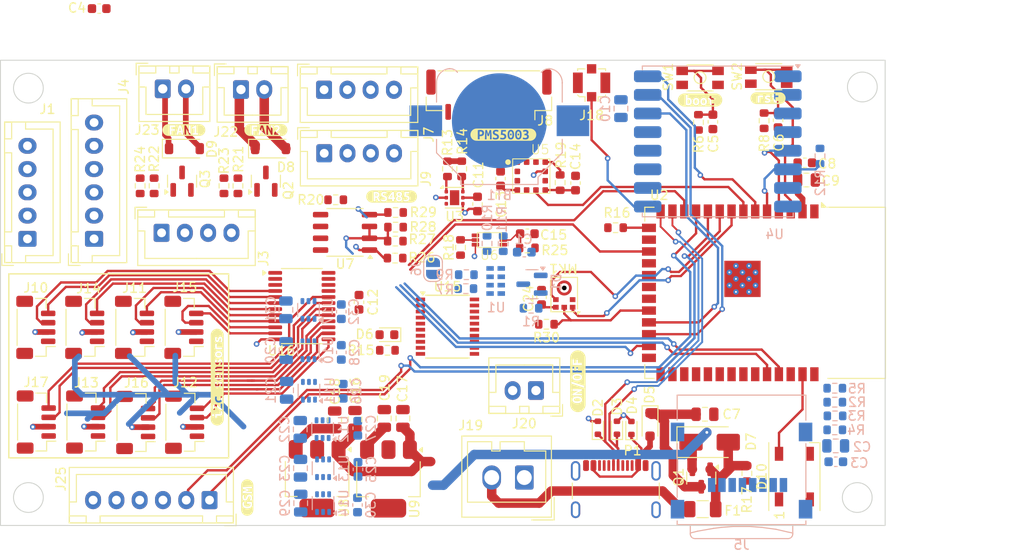
<source format=kicad_pcb>
(kicad_pcb (version 20241229) (generator "pcbnew") (generator_version "9.0")
  (layers (0 "F.Cu" signal) (2 "B.Cu" signal) (13 "F.Paste" user) (15 "B.Paste" user) (5 "F.SilkS" user "F.Silkscreen") (7 "B.SilkS" user "B.Silkscreen") (1 "F.Mask" user) (3 "B.Mask" user) (25 "Edge.Cuts" user))
  (net 0 "")
  (net 1 "GND")
  (net 2 "+5V")
  (net 3 "+3.3V")
  (net 4 "Net-(BT1-+)")
  (net 5 "Net-(D1-K)")
  (net 6 "SCL")
  (net 7 "SDA")
  (net 8 "CJ")
  (net 9 "S_TXD")
  (net 10 "S_RXD")
  (net 11 "V_DL")
  (net 12 "V_S2")
  (net 13 "/IO0")
  (net 14 "/RESET")
  (net 15 "/V_USB")
  (net 16 "3.3V_ESP")
  (net 17 "V_RF")
  (net 18 "V_S1")
  (net 19 "Net-(U5-TR)")
  (net 20 "Net-(U6-DIV)")
  (net 21 "USB_D+")
  (net 22 "USB_D-")
  (net 23 "Net-(D4-A1)")
  (net 24 "Net-(D6-A)")
  (net 25 "5V_VDD")
  (net 26 "VIN_5V")
  (net 27 "FAN_VDD")
  (net 28 "FAN_1_-")
  (net 29 "FAN_2_-")
  (net 30 "RGB")
  (net 34 "Net-(J5-DAT0)")
  (net 35 "Net-(J5-DAT3{slash}CD)")
  (net 36 "Net-(J5-CLK)")
  (net 37 "Net-(J5-CMD)")
  (net 39 "/EVI")
  (net 40 "/RS485_B")
  (net 41 "/RS485_A")
  (net 44 "Net-(J18-In)")
  (net 45 "WS_MIC")
  (net 46 "SCK_MIC")
  (net 47 "SD_MIC")
  (net 50 "Net-(Q2-B)")
  (net 51 "Net-(Q3-B)")
  (net 52 "SD_CS")
  (net 53 "/INT")
  (net 54 "rfm_RST")
  (net 55 "V_GSM")
  (net 56 "Net-(U2-GPIO3{slash}TOUCH3{slash}ADC1_CH2)")
  (net 57 "Net-(U6-ADDR)")
  (net 58 "Net-(U5-EN)")
  (net 59 "EN_FAN_1")
  (net 60 "EN_FAN_2")
  (net 61 "RS485_TX")
  (net 62 "RS485_EN")
  (net 63 "RS485_RX")
  (net 65 "V_L")
  (net 67 "SPI_MOSI")
  (net 68 "EN_V_S2")
  (net 70 "rfm_dio1")
  (net 71 "EN_V_RF")
  (net 72 "rfm_dio0")
  (net 73 "SPI_SCLK")
  (net 74 "UV_SIG")
  (net 77 "EN_V_S1")
  (net 78 "SPI_CS")
  (net 80 "SPI_MISO")
  (net 81 "EN_V_DL")
  (net 82 "rfm_CS")
  (net 83 "rfm_dio2")
  (net 89 "V_S1_EN")
  (net 91 "V_S2_EN")
  (net 93 "V_S3_EN")
  (net 96 "V_DL_EN")
  (net 97 "Net-(J19-Pin_2)")
  (net 105 "SDA_0")
  (net 106 "SCL_0")
  (net 107 "SDA_2")
  (net 108 "SCL_2")
  (net 109 "SDA_4")
  (net 110 "SCL_4")
  (net 111 "SCL_6")
  (net 112 "SDA_6")
  (net 113 "SDA_1")
  (net 114 "SCL_1")
  (net 115 "SDA_3")
  (net 116 "SCL_3")
  (net 117 "SDA_5")
  (net 118 "SCL_5")
  (net 119 "SDA_7")
  (net 120 "SCL_7")
  (net 121 "onBoard_LED")
  (net 126 "V_GSM_EN")
  (net 133 "EN_V_GSM")
  (net 141 "V_L_EN")
  (net 143 "GSM_Rx")
  (net 144 "GSM_Tx")
  (net 146 "GSM_RST")
  (net 147 "GSM_PWRKEY")
  (footprint "Package_SO:TSSOP-24_4.4x7.8mm_P0.65mm" (layer "F.Cu") (at 82.3625 76.425)
    (property "Reference" "U16")
    (property "Value" "PCA9548APW")
  )
  (footprint "Package_TO_SOT_SMD:SOT-223-3_TabPin2" (layer "F.Cu") (at 84.0025 94.975 -90)
    (property "Reference" "U8")
    (property "Value" "AP7361C-33E")
  )
  (footprint "Resistor_SMD:R_0603_1608Metric" (layer "F.Cu") (at 124.95 56.675 90)
    (property "Reference" "R6")
    (property "Value" "10K")
  )
  (footprint "LED_SMD:LED_WS2812B_PLCC4_5.0x5.0mm_P3.2mm" (layer "F.Cu") (at 135.25 94.75 90)
    (property "Reference" "D10")
    (property "Value" "WS2812B")
  )
  (footprint "Connector_JST:JST_XH_B2B-XH-A_1x02_P2.50mm_Vertical" (layer "F.Cu") (at 75.825 53.15)
    (property "Reference" "J22")
    (property "Value" "HDR-2x1")
  )
  (footprint "Connector_JST:JST_SH_BM04B-SRSS-TB_1x04-1MP_P1.00mm_Vertical" (layer "F.Cu") (at 69.69875 78.71 90)
    (property "Reference" "J15")
    (property "Value" "HDR-4x1")
  )
  (footprint "Connector_USB:USB_C_Receptacle_GCT_USB4105-xx-A_16P_TopMnt_Horizontal" (layer "F.Cu") (at 116.075 97.24)
    (property "Reference" "P1")
    (property "Value" "USB_C_Plug_USB2.0")
  )
  (footprint "kibuzzard-6994F1A7" (layer "F.Cu") (at 104 58)
    (property "Reference" "kibuzzard-6994F1A7" (hide yes))
    (property "Value" "G***" (hide yes))
  )
  (footprint "Diode_SMD:D_SOD-523" (layer "F.Cu") (at 116.2 89.5 90)
    (property "Reference" "D3")
    (property "Value" "LESD5D5.0CT1G")
  )
  (footprint "kibuzzard-6994F00B" (layer "F.Cu") (at 69.7 57.5)
    (property "Reference" "kibuzzard-6994F00B" (hide yes))
    (property "Value" "G***" (hide yes))
  )
  (footprint "Connector_JST:JST_XH_B4B-XH-A_1x04_P2.50mm_Vertical" (layer "F.Cu") (at 84.75 53.175)
    (property "Reference" "J7")
    (property "Value" "HDR-4x1")
  )
  (footprint "Package_TO_SOT_SMD:SOT-23" (layer "F.Cu") (at 69.5 63 90)
    (property "Reference" "Q3")
    (property "Value" "MMBT3904")
  )
  (footprint "Package_SO:SSOP-20_4.4x6.5mm_P0.65mm" (layer "F.Cu") (at 97.9975 78.635)
    (property "Reference" "U15")
    (property "Value" "PCF8574TS")
  )
  (footprint "Fuse:Fuse_1206_3216Metric" (layer "F.Cu") (at 125.4 98.25)
    (property "Reference" "F1")
    (property "Value" "Fuse")
  )
  (footprint "Capacitor_SMD:C_0603_1608Metric" (layer "F.Cu") (at 106.575 68.65)
    (property "Reference" "C15")
    (property "Value" "100n")
  )
  (footprint "kibuzzard-6994F01D" (layer "F.Cu") (at 78.5 57.5)
    (property "Reference" "kibuzzard-6994F01D" (hide yes))
    (property "Value" "G***" (hide yes))
  )
  (footprint "Capacitor_SMD:C_0603_1608Metric" (layer "F.Cu") (at 133.5 56.45 -90)
    (property "Reference" "C6")
    (property "Value" "100n")
  )
  (footprint "Connector_JST:JST_SH_BM04B-SRSS-TB_1x04-1MP_P1.00mm_Vertical" (layer "F.Cu") (at 64.52375 88.935 90)
    (property "Reference" "J16")
    (property "Value" "HDR-4x1")
  )
  (footprint "Connector_JST:JST_SH_BM04B-SRSS-TB_1x04-1MP_P1.00mm_Vertical" (layer "F.Cu") (at 53.79875 78.71 90)
    (property "Reference" "J10")
    (property "Value" "HDR-4x1")
  )
  (footprint "Diode_SMD:D_SOD-123" (layer "F.Cu") (at 79 59.5)
    (property "Reference" "D8")
    (property "Value" "1N4148W")
  )
  (footprint "Capacitor_SMD:C_0603_1608Metric" (layer "F.Cu") (at 101.225 65.45 -90)
    (property "Reference" "C11")
    (property "Value" "100n")
  )
  (footprint "Sensor_Audio:InvenSense_ICS-43434-6_3.5x2.65mm" (layer "F.Cu") (at 110.5375 75.185 180)
    (property "Reference" "MK1")
    (property "Value" "ICS-43434")
  )
  (footprint "Resistor_SMD:R_0603_1608Metric" (layer "F.Cu") (at 106.575 70.175 180)
    (property "Reference" "R25")
    (property "Value" "1k")
  )
  (footprint "Package_SON:WSON-6-1EP_2x2mm_P0.65mm_EP1x1.6mm" (layer "F.Cu") (at 98.7625 64.775)
    (property "Reference" "U3")
    (property "Value" "TMP117xxDRV")
  )
  (footprint "Connector_JST:JST_XH_B6B-XH-A_1x06_P2.50mm_Vertical" (layer "F.Cu") (at 72.45 97.275 180)
    (property "Reference" "J25")
    (property "Value" "Conn_01x06")
  )
  (footprint "Capacitor_SMD:C_0805_2012Metric" (layer "F.Cu") (at 125.65 88.05 180)
    (property "Reference" "C7")
    (property "Value" "10u")
  )
  (footprint "Resistor_SMD:R_0603_1608Metric" (layer "F.Cu") (at 92.375 71.265 180)
    (property "Reference" "R26")
    (property "Value" "10k")
  )
  (footprint "Capacitor_SMD:C_0603_1608Metric" (layer "F.Cu") (at 88.5 76.01 90)
    (property "Reference" "C12")
    (property "Value" "100n")
  )
  (footprint "Connector_JST:JST_XH_B4B-XH-A_1x04_P2.50mm_Vertical" (layer "F.Cu") (at 84.765 60)
    (property "Reference" "J9")
    (property "Value" "HDR-4x1")
  )
  (footprint "Connector_JST:JST_XH_B6B-XH-A_1x06_P2.50mm_Vertical" (layer "F.Cu") (at 60.05 69.2 90)
    (property "Reference" "J4")
    (property "Value" "Conn_01x06")
  )
  (footprint "IoWLabs:SMD_SWITCH" (layer "F.Cu") (at 125.125 51.9)
    (property "Reference" "SW1")
    (property "Value" "SW_DIP_x02")
  )
  (footprint "Diode_SMD:D_SOD-523" (layer "F.Cu") (at 117.75 89.525 90)
    (property "Reference" "D4")
    (property "Value" "LESD5D5.0CT1G")
  )
  (footprint "Capacitor_SMD:C_0603_1608Metric" (layer "F.Cu") (at 111.75 63.2 -90)
    (property "Reference" "C14")
    (property "Value" "100n")
  )
  (footprint "Resistor_SMD:R_0603_1608Metric" (layer "F.Cu") (at 110.1 63.15 90)
    (property "Reference" "R19")
    (property "Value" "10k")
  )
  (footprint "Resistor_SMD:R_0603_1608Metric" (layer "F.Cu") (at 116.05 68)
    (property "Reference" "R16")
    (property "Value" "10K")
  )
  (footprint "Resistor_SMD:R_0603_1608Metric" (layer "F.Cu") (at 92.425 66.365 180)
    (property "Reference" "R29")
    (property "Value" "10k")
  )
  (footprint "kibuzzard-6994F21E" (layer "F.Cu") (at 76.5 97 90)
    (property "Reference" "kibuzzard-6994F21E" (hide yes))
    (property "Value" "G***" (hide yes))
  )
  (footprint "Resistor_SMD:R_0603_1608Metric" (layer "F.Cu") (at 108.625 78.375 180)
    (property "Reference" "R30")
    (property "Value" "100k")
  )
  (footprint "Capacitor_SMD:C_0603_1608Metric" (layer "F.Cu") (at 108.1 75.475 -90)
    (property "Reference" "C24")
    (property "Value" "100n")
  )
  (footprint "Capacitor_SMD:C_0805_2012Metric" (layer "F.Cu") (at 136.55 62.875)
    (property "Reference" "C9")
    (property "Value" "10u")
  )
  (footprint "Resistor_SMD:R_0603_1608Metric" (layer "F.Cu") (at 92.425 67.94 180)
    (property "Reference" "R28")
    (property "Value" "10k")
  )
  (footprint "IoWLabs:SMD_SWITCH" (layer "F.Cu") (at 132.5 51.775)
    (property "Reference" "SW2")
    (property "Value" "SW_DIP_x02")
  )
  (footprint "Resistor_SMD:R_0603_1608Metric" (layer "F.Cu") (at 92.4 69.44 180)
    (property "Reference" "R27")
    (property "Value" "10k")
  )
  (footprint "IoWLabs:WSOF6I" (layer "F.Cu") (at 102.5 69.325)
    (property "Reference" "U6")
    (property "Value" "~")
  )
  (footprint "Connector_JST:JST_XH_B5B-XH-A_1x05_P2.50mm_Vertical" (layer "F.Cu") (at 52.9 69.2 90)
    (property "Reference" "J1")
    (property "Value" "HDR-5x1")
  )
  (footprint "Capacitor_SMD:C_0805_2012Metric" (layer "F.Cu") (at 85.89 88.65 90)
    (property "Reference" "C18")
    (property "Value" "22u")
  )
  (footprint "RF_Module:ESP32-S3-WROOM-1" (layer "F.Cu") (at 132.135 75 -90)
    (property "Reference" "U2")
    (property "Value" "ESP32-S3-WROOM-1")
  )
  (footprint "LED_SMD:LED_0603_1608Metric" (layer "F.Cu") (at 91.5 79.5 180)
    (property "Reference" "D6")
    (property "Value" "LED")
  )
  (footprint "Capacitor_SMD:C_0603_1608Metric" (layer "F.Cu") (at 103.7 62.725 90)
    (property "Reference" "C13")
    (property "Value" "1n")
  )
  (footprint "Resistor_SMD:R_0603_1608Metric" (layer "F.Cu") (at 91.55 81.175 180)
    (property "Reference" "R15")
    (property "Value" "330")
  )
  (footprint "Capacitor_SMD:C_0805_2012Metric" (layer "F.Cu") (at 88.065 88.6 90)
    (property "Reference" "C16")
    (property "Value" "10u")
  )
  (footprint "IoWLabs:C-TQFN12-4.0x3.7-1" (layer "F.Cu") (at 107 62.45)
    (property "Reference" "U5")
    (property "Value" "~")
  )
  (footprint "Capacitor_SMD:C_0603_1608Metric" (layer "F.Cu") (at 136.375 61.025)
    (property "Reference" "C8")
    (property "Value" "100n")
  )
  (footprint "kibuzzard-69934843" (layer "F.Cu") (at 132.425 54.075)
    (property "Reference" "kibuzzard-69934843" (hide yes))
    (property "Value" "G***" (hide yes))
  )
  (footprint "Connector_Wago:Wago_734-132_1x02_P3.50mm_Vertical" (layer "F.Cu") (at 106.25 94.85 180)
    (property "Reference" "J19")
    (property "Value" "Conn_01x02")
  )
  (footprint "Package_TO_SOT_SMD:SOT-23" (layer "F.Cu") (at 78.5 63 90)
    (property "Reference" "Q2")
    (property "Value" "MMBT3904")
  )
  (footprint "Package_TO_SOT_SMD:SOT-223-3_TabPin2" (layer "F.Cu") (at 91.665 95 -90)
    (property "Reference" "U9")
    (property "Value" "AP7361C-33E")
  )
  (footprint "Resistor_SMD:R_0603_1608Metric" (layer "F.Cu") (at 86 65)
    (property "Reference" "R20")
    (property "Value" "120")
  )
  (footprint "Connector_JST:JST_XH_B2B-XH-A_1x02_P2.50mm_Vertical" (layer "F.Cu") (at 67.425 53.075)
    (property "Reference" "J23")
    (property "Value" "HDR-2x1")
  )
  (footprint "Capacitor_SMD:C_0603_1608Metric" (layer "F.Cu") (at 60.6 44.45)
    (property "Reference" "C4")
    (property "Value" "100n")
  )
  (footprint "Connector_JST:JST_SH_BM04B-SRSS-TB_1x04-1MP_P1.00mm_Vertical" (layer "F.Cu") (at 69.77375 88.91 90)
    (property "Reference" "J12")
    (property "Value" "HDR-4x1")
  )
  (footprint "Resistor_SMD:R_0603_1608Metric" (layer "F.Cu") (at 65 63.5 90)
    (property "Reference" "R24")
    (property "Value" "10k")
  )
  (footprint "Resistor_SMD:R_0603_1608Metric" (layer "F.Cu") (at 99.525 61.675 90)
    (property "Reference" "R14")
    (property "Value" "4.7k")
  )
  (footprint "Connector_JST:JST_SH_BM04B-SRSS-TB_1x04-1MP_P1.00mm_Vertical" (layer "F.Cu") (at 53.84875 88.885 90)
    (property "Reference" "J17")
    (property "Value" "HDR-4x1")
  )
  (footprint "Resistor_SMD:R_0603_1608Metric" (layer "F.Cu") (at 75.5 63.5 -90)
    (property "Reference" "R21")
    (property "Value" "1k")
  )
  (footprint "Resistor_SMD:R_0603_1608Metric" (layer "F.Cu") (at 66.5 63.5 -90)
    (property "Reference" "R22")
    (property "Value" "1k")
  )
  (footprint "Connector_JST:JST_SH_BM04B-SRSS-TB_1x04-1MP_P1.00mm_Vertical" (layer "F.Cu") (at 64.39875 78.71 90)
    (property "Reference" "J11")
    (property "Value" "HDR-4x1")
  )
  (footprint "Diode_SMD:D_SMA" (layer "F.Cu") (at 126.15 91.05)
    (property "Reference" "D7")
    (property "Value" "D_Schottky")
  )
  (footprint "Connector_JST:JST_XH_B2B-XH-A_1x02_P2.50mm_Vertical" (layer "F.Cu") (at 107.5 85.5 180)
    (property "Reference" "J20")
    (property "Value" "Conn_01x02")
  )
  (footprint "kibuzzard-69963A2F" (layer "F.Cu") (at 112 84.5 90)
    (property "Reference" "kibuzzard-69963A2F" (hide yes))
    (property "Value" "G***" (hide yes))
  )
  (footprint "Resistor_SMD:R_0603_1608Metric" (layer "F.Cu") (at 132 56.5 90)
    (property "Reference" "R8")
    (property "Value" "10K")
  )
  (footprint "Connector_JST:JST_SH_BM04B-SRSS-TB_1x04-1MP_P1.00mm_Vertical" (layer "F.Cu") (at 59.04875 78.71 90)
    (property "Reference" "J14")
    (property "Value" "HDR-4x1")
  )
  (footprint "Capacitor_SMD:C_0603_1608Metric" (layer "F.Cu") (at 126.5 56.625 -90)
    (property "Reference" "C5")
    (property "Value" "100n")
  )
  (footprint "Package_SO:SOP-8_3.9x4.9mm_P1.27mm" (layer "F.Cu") (at 87 68.5 180)
    (property "Reference" "U7")
    (property "Value" "MAX3485")
  )
  (footprint "Connector_JST:JST_SH_BM04B-SRSS-TB_1x04-1MP_P1.00mm_Vertical" (layer "F.Cu") (at 59.14875 88.885 90)
    (property "Reference" "J13")
    (property "Value" "HDR-4x1")
  )
  (footprint "Resistor_SMD:R_0603_1608Metric" (layer "F.Cu") (at 130.15 94.4 -90)
    (property "Reference" "R17")
    (property "Value" "10K")
  )
  (footprint "Package_TO_SOT_SMD:SOT-23" (layer "F.Cu") (at 125.25 94.9 -90)
    (property "Reference" "Q1")
    (property "Value" "Q_PMOS_GSD")
  )
  (footprint "Connector_Coaxial:U.FL_Molex_MCRF_73412-0110_Vertical" (layer "F.Cu") (at 113.475 52.425)
    (property "Reference" "J18")
    (property "Value" "Conn_Coaxial")
  )
  (footprint "kibuzzard-69934830" (layer "F.Cu") (at 125.125 54.275)
    (property "Reference" "kibuzzard-69934830" (hide yes))
    (property "Value" "G***" (hide yes))
  )
  (footprint "Capacitor_SMD:C_0805_2012Metric" (layer "F.Cu") (at 93.215 88.5 90)
    (property "Reference" "C17")
    (property "Value" "10u")
  )
  (footprint "Diode_SMD:D_SOD-123" (layer "F.Cu") (at 69.75 59.5)
    (property "Reference" "D9")
    (property "Value" "1N4148W")
  )
  (footprint "Resistor_SMD:R_0603_1608Metric" (layer "F.Cu") (at 74 63.5 90)
    (property "Reference" "R23")
    (property "Value" "10k")
  )
  (footprint "Diode_SMD:D_SOD-523" (layer "F.Cu") (at 114.15 89.5 90)
    (property "Reference" "D2")
    (property "Value" "LESD5D5.0CT1G")
  )
  (footprint "Diode_SMD:D_SOD-323_HandSoldering" (layer "F.Cu") (at 119.75 89.15 -90)
    (property "Reference" "D5")
    (property "Value" "1N5819WS")
  )
  (footprint "Resistor_SMD:R_0603_1608Metric" (layer "F.Cu") (at 99.4 70.125 -90)
    (property "Reference" "R18")
    (property "Value" "10k")
  )
  (footprint "Resistor_SMD:R_0603_1608Metric" (layer "F.Cu") (at 98 61.675 90)
    (property "Reference" "R13")
    (property "Value" "4.7k")
  )
  (footprint "kibuzzard-6994EF08" (layer "F.Cu") (at 92 64.65)
    (property "Reference" "kibuzzard-6994EF08" (hide yes))
    (property "Value" "G***" (hide yes))
  )
  (footprint "Capacitor_SMD:C_0805_2012Metric" (layer "F.Cu") (at 91.215 88.5 90)
    (property "Reference" "C19")
    (property "Value" "22u")
  )
  (footprint "Connector_JST:JST_GH_SM08B-GHS-TB_1x08-1MP_P1.25mm_Horizontal" (layer "F.Cu") (at 102.45 53.7 180)
    (property "Reference" "J8")
    (property "Value" "Conn_01x08")
  )
  (footprint "Connector_JST:JST_XH_B4B-XH-A_1x04_P2.50mm_Vertical" (layer "F.Cu") (at 67.3 68.55)
    (property "Reference" "J3")
    (property "Value" "HDR-4x1")
  )
  (footprint "kibuzzard-6993384F" (layer "F.Cu") (at 73.27375 84.06 90)
    (property "Reference" "kibuzzard-6993384F" (hide yes))
    (property "Value" "G***" (hide yes))
  )
  (footprint "Capacitor_SMD:C_0805_2012Metric" (layer "B.Cu") (at 116.625 55.2 -90)
    (property "Reference" "C10")
    (property "Value" "4.7u")
  )
  (footprint "Capacitor_SMD:C_0805_2012Metric" (layer "B.Cu") (at 82.19 89.675 -90)
    (property "Reference" "C22")
    (property "Value" "1uf")
  )
  (footprint "Capacitor_SMD:C_0603_1608Metric" (layer "B.Cu") (at 86.6 81.4 90)
    (property "Reference" "C28")
    (property "Value" "100n")
  )
  (footprint "Capacitor_SMD:C_0805_2012Metric" (layer "B.Cu") (at 80.675 81.2 -90)
    (property "Reference" "C20")
    (property "Value" "1uf")
  )
  (footprint "Capacitor_SMD:C_0805_2012Metric" (layer "B.Cu") (at 80.725 85.475 -90)
    (property "Reference" "C21")
    (property "Value" "1uf")
  )
  (footprint "Resistor_SMD:R_0603_1608Metric" (layer "B.Cu") (at 139.58881 85.25 180)
    (property "Reference" "R5")
    (property "Value" "3.3k")
  )
  (footprint "Resistor_SMD:R_0603_1608Metric" (layer "B.Cu") (at 139.61381 88.225 180)
    (property "Reference" "R3")
    (property "Value" "3.3k")
  )
  (footprint "Resistor_SMD:R_0603_1608Metric" (layer "B.Cu") (at 138 60.3 -90)
    (property "Reference" "R12")
    (property "Value" "10k")
  )
  (footprint "Package_TO_SOT_SMD:SOT-23" (layer "B.Cu") (at 107.075 74.075 180)
    (property "Reference" "D1")
    (property "Value" "BAS70-05")
  )
  (footprint "Package_TO_SOT_SMD:SOT-363_SC-70-6" (layer "B.Cu") (at 84.64 97.6 90)
    (property "Reference" "U14")
    (property "Value" "SiP32431DR3")
  )
  (footprint "Capacitor_SMD:C_0603_1608Metric" (layer "B.Cu") (at 86.8 85.575 90)
    (property "Reference" "C26")
    (property "Value" "100n")
  )
  (footprint "Resistor_SMD:R_0603_1608Metric" (layer "B.Cu") (at 103.985 69.717382 -90)
    (property "Reference" "R11")
    (property "Value" "2.2k")
  )
  (footprint "Capacitor_SMD:C_0603_1608Metric" (layer "B.Cu") (at 106.25 70.625)
    (property "Reference" "C1")
    (property "Value" "10n")
  )
  (footprint "Resistor_SMD:R_0603_1608Metric" (layer "B.Cu") (at 106.975 76.65)
    (property "Reference" "R1")
    (property "Value" "3.3k")
  )
  (footprint "Resistor_SMD:R_0603_1608Metric" (layer "B.Cu") (at 139.58881 89.725 180)
    (property "Reference" "R4")
    (property "Value" "3.3k")
  )
  (footprint "Package_TO_SOT_SMD:SOT-363_SC-70-6" (layer "B.Cu") (at 83.125 85.525 90)
    (property "Reference" "U11")
    (property "Value" "SiP32431DR3")
  )
  (footprint "Capacitor_SMD:C_0805_2012Metric" (layer "B.Cu") (at 82.24 97.6 -90)
    (property "Reference" "C29")
    (property "Value" "1uf")
  )
  (footprint "Capacitor_SMD:C_0603_1608Metric" (layer "B.Cu") (at 88.365 89.55 90)
    (property "Reference" "C27")
    (property "Value" "100n")
  )
  (footprint "Package_TO_SOT_SMD:SOT-363_SC-70-6" (layer "B.Cu") (at 83.075 76.84 90)
    (property "Reference" "U17")
    (property "Value" "SiP32431DR3")
  )
  (footprint "Package_TO_SOT_SMD:SOT-363_SC-70-6" (layer "B.Cu") (at 83.075 81.175 90)
    (property "Reference" "U10")
    (property "Value" "SiP32431DR3")
  )
  (footprint "Resistor_SMD:R_0603_1608Metric" (layer "B.Cu") (at 99.975 74.55)
    (property "Reference" "R7")
    (property "Value" "100k")
  )
  (footprint "Resistor_SMD:R_0603_1608Metric" (layer "B.Cu") (at 102.25 69.697382 -90)
    (property "Reference" "R10")
    (property "Value" "2.2k")
  )
  (footprint "Package_TO_SOT_SMD:SOT-363_SC-70-6" (layer "B.Cu") (at 84.59 89.65 90)
    (property "Reference" "U12")
    (property "Value" "SiP32431DR3")
  )
  (footprint "Connector_Card:microSD_HC_Wuerth_693072010801" (layer "B.Cu") (at 129.575 94.1025)
    (property "Reference" "J5")
    (property "Value" "Micro_SD_Card")
  )
  (footprint "Resistor_SMD:R_0603_1608Metric" (layer "B.Cu") (at 100.025 73.05)
    (property "Reference" "R9")
    (property "Value" "100k")
  )
  (footprint "Capacitor_SMD:C_0805_2012Metric" (layer "B.Cu") (at 82.215 93.85 -90)
    (property "Reference" "C23")
    (property "Value" "1uf")
  )
  (footprint "Capacitor_SMD:C_0805_2012Metric" (layer "B.Cu") (at 80.65 76.825 -90)
    (property "Reference" "C31")
    (property "Value" "1uf")
  )
  (footprint "Capacitor_SMD:C_0603_1608Metric" (layer "B.Cu") (at 139.69881 93.155 180)
    (property "Reference" "C3")
    (property "Value" "100n")
  )
  (footprint "RF_Module:HOPERF_RFM9XW_SMD" (layer "B.Cu") (at 127.025 58.725 180)
    (property "Reference" "U4")
    (property "Value" "RFM95W-915S2")
  )
  (footprint "Capacitor_SMD:C_0603_1608Metric" (layer "B.Cu") (at 88.39 93.975 90)
    (property "Reference" "C25")
    (property "Value" "100n")
  )
  (footprint "Battery:BatteryHolder_Keystone_3000_1x12mm" (layer "B.Cu") (at 103.575 56.505)
    (property "Reference" "BT1")
    (property "Value" "Battery_Cell")
  )
  (footprint "Capacitor_SMD:C_0603_1608Metric" (layer "B.Cu") (at 88.34 97.8 90)
    (property "Reference" "C30")
    (property "Value" "100n")
  )
  (footprint "Resistor_SMD:R_0603_1608Metric" (layer "B.Cu") (at 139.58881 86.75 180)
    (property "Reference" "R2")
    (property "Value" "3.3k")
  )
  (footprint "Capacitor_SMD:C_0603_1608Metric" (layer "B.Cu") (at 86.6 77.025 90)
    (property "Reference" "C32")
    (property "Value" "100n")
  )
  (footprint "Capacitor_SMD:C_0805_2012Metric" (layer "B.Cu") (at 139.68881 91.45 180)
    (property "Reference" "C2")
    (property "Value" "10u")
  )
  (footprint "Package_TO_SOT_SMD:SOT-363_SC-70-6" (layer "B.Cu") (at 84.64 93.85 90)
    (property "Reference" "U13")
    (property "Value" "SiP32431DR3")
  )
  (footprint "Jumper:SolderJumper-2_P1.3mm_Open_RoundedPad1.0x1.5mm" (layer "B.Cu") (at 96.45 72.375 -90)
    (property "Reference" "J6")
    (property "Value" "Conn_01x02")
  )
  (footprint "IoWLabs:SON-8" (layer "B.Cu") (at 103.175 73.725 180)
    (property "Reference" "U1")
    (property "Value" "RV-8803")
  )
  (gr_rect (start 50.89875 72.96) (end 74.50125 92.74) (stroke (width 0.15)) (fill no) (layer "F.SilkS"))
  (gr_circle (center 142.55 52.875) (end 144.15 52.875) (stroke (width 0.1)) (fill no) (layer "Edge.Cuts"))
  (gr_circle (center 142 97) (end 143.6 97) (stroke (width 0.1)) (fill no) (layer "Edge.Cuts"))
  (gr_circle (center 53 97) (end 54.6 97) (stroke (width 0.1)) (fill no) (layer "Edge.Cuts"))
  (gr_circle (center 53 53) (end 54.6 53) (stroke (width 0.1)) (fill no) (layer "Edge.Cuts"))
  (gr_rect (start 50 50) (end 145 100) (stroke (width 0.1)) (fill no) (layer "Edge.Cuts"))
  (segment (start 99.65 65.425) (end 99.65 66.175) (width 0.254) (layer "F.Cu") (net 1))
  (segment (start 97.875 64.775) (end 96.775 64.775) (width 0.254) (layer "F.Cu") (net 1))
  (segment (start 116.2 88.8) (end 116.25 88.8) (width 0.254) (layer "F.Cu") (net 1))
  (segment (start 114.15 88.8) (end 113.45 88.8) (width 0.254) (layer "F.Cu") (net 1))
  (segment (start 101.225 66.175) (end 101.025 65.975) (width 0.254) (layer "F.Cu") (net 1))
  (segment (start 101 70.975) (end 100.9 71.075) (width 0.1524) (layer "F.Cu") (net 1))
  (segment (start 96.775 64.775) (end 96.75 64.75) (width 0.254) (layer "F.Cu") (net 1))
  (segment (start 99.65 66.175) (end 99.875 66.4) (width 0.254) (layer "F.Cu") (net 1))
  (segment (start 101.225 66.225) (end 101.225 66.175) (width 0.254) (layer "F.Cu") (net 1))
  (segment (start 100.3 65.975) (end 99.875 66.4) (width 0.254) (layer "F.Cu") (net 1))
  (segment (start 117.075 88.15) (end 117.75 88.825) (width 0.254) (layer "F.Cu") (net 1))
  (segment (start 107.65 61.95) (end 107.25 62.35) (width 0.254) (layer "F.Cu") (net 1))
  (segment (start 78 80) (end 77.5 80.5) (width 0.254) (layer "F.Cu") (net 1))
  (segment (start 113.45 88.8) (end 113.15 88.5) (width 0.254) (layer "F.Cu") (net 1))
  (segment (start 116.9 88.15) (end 117.075 88.15) (width 0.254) (layer "F.Cu") (net 1))
  (segment (start 101.025 65.975) (end 100.3 65.975) (width 0.254) (layer "F.Cu") (net 1))
  (segment (start 101 69.825) (end 101 70.975) (width 0.1524) (layer "F.Cu") (net 1))
  (segment (start 116.25 88.8) (end 116.9 88.15) (width 0.254) (layer "F.Cu") (net 1))
  (segment (start 79.5 80) (end 78 80) (width 0.254) (layer "F.Cu") (net 1))
  (segment (start 108.5 61.95) (end 107.65 61.95) (width 0.254) (layer "F.Cu") (net 1))
  (via (at 96.75 64.75) (size 0.6) (drill 0.3) (layers "F.Cu" "B.Cu") (net 1))
  (via (at 99.875 66.4) (size 0.6) (drill 0.3) (layers "F.Cu" "B.Cu") (net 1))
  (via (at 113.15 88.5) (size 0.6) (drill 0.3) (layers "F.Cu" "B.Cu") (net 1))
  (via (at 116.9 88.15) (size 0.6) (drill 0.3) (layers "F.Cu" "B.Cu") (net 1))
  (via (at 77.5 80.5) (size 0.6) (drill 0.3) (layers "F.Cu" "B.Cu") (net 1))
  (via (at 100.9 71.075) (size 0.6) (drill 0.3) (layers "F.Cu" "B.Cu") (net 1))
  (via (at 107.25 62.35) (size 0.6) (drill 0.3) (layers "F.Cu" "B.Cu") (net 1))
  (segment (start 93.965 90.2) (end 93.965 91.85) (width 1.016) (layer "F.Cu") (net 2))
  (segment (start 86.3025 92.6375) (end 87.865 94.2) (width 1.016) (layer "F.Cu") (net 2))
  (segment (start 93.965 91.85) (end 93.965 91.9) (width 1.016) (layer "F.Cu") (net 2))
  (segment (start 88.065 89.55) (end 88.065 90.0625) (width 1.016) (layer "F.Cu") (net 2))
  (segment (start 93.215 89.45) (end 93.965 90.2) (width 1.016) (layer "F.Cu") (net 2))
  (segment (start 95.2 93.135) (end 96.2 93.135) (width 1.016) (layer "F.Cu") (net 2))
  (segment (start 87.865 94.2) (end 94.135 94.2) (width 1.016) (layer "F.Cu") (net 2))
  (segment (start 88.065 90.0625) (end 86.3025 91.825) (width 1.016) (layer "F.Cu") (net 2))
  (segment (start 94.135 94.2) (end 95.2 93.135) (width 1.016) (layer "F.Cu") (net 2))
  (segment (start 93.965 91.9) (end 95.2 93.135) (width 1.016) (layer "F.Cu") (net 2))
  (segment (start 86.3025 91.825) (end 86.3025 92.6375) (width 1.016) (layer "F.Cu") (net 2))
  (segment (start 83.365 89.6) (end 81.7025 91.2625) (width 1.016) (layer "F.Cu") (net 3))
  (segment (start 85.89 89.6) (end 83.365 89.6) (width 1.016) (layer "F.Cu") (net 3))
  (segment (start 97.875 64.125) (end 97.875 62.625) (width 0.254) (layer "F.Cu") (net 6))
  (segment (start 119.635 70.555) (end 114.372 70.555) (width 0.254) (layer "F.Cu") (net 6))
  (segment (start 97.875 62.625) (end 98 62.5) (width 0.254) (layer "F.Cu") (net 6))
  (segment (start 114.372 70.555) (end 111.467 67.65) (width 0.254) (layer "F.Cu") (net 6))
  (segment (start 98.849999 67.65) (end 93.999999 72.5) (width 0.254) (layer "F.Cu") (net 6))
  (segment (start 111.467 67.65) (end 98.849999 67.65) (width 0.254) (layer "F.Cu") (net 6))
  (segment (start 122.427 64.077) (end 114.725246 64.077) (width 0.254) (layer "F.Cu") (net 7))
  (segment (start 123.425 66.25) (end 123.425 65.075) (width 0.254) (layer "F.Cu") (net 7))
  (segment (start 99.65 62.625) (end 99.525 62.5) (width 0.254) (layer "F.Cu") (net 7))
  (segment (start 114.725246 64.077) (end 111.607246 67.195) (width 0.254) (layer "F.Cu") (net 7))
  (segment (start 99.65 64.125) (end 99.65 62.625) (width 0.254) (layer "F.Cu") (net 7))
  (segment (start 123.425 65.075) (end 122.427 64.077) (width 0.254) (layer "F.Cu") (net 7))
  (segment (start 98.661531 67.195) (end 93.856531 72) (width 0.254) (layer "F.Cu") (net 7))
  (segment (start 111.607246 67.195) (end 98.661531 67.195) (width 0.254) (layer "F.Cu") (net 7))
  (segment (start 65.84875 89.435) (end 64.12375 89.435) (width 0.6096) (layer "F.Cu") (net 12))
  (segment (start 64.27375 79.21) (end 64.22375 79.26) (width 0.6096) (layer "F.Cu") (net 12))
  (segment (start 65.72375 79.21) (end 64.27375 79.21) (width 0.6096) (layer "F.Cu") (net 12))
  (segment (start 55.12375 79.21) (end 53.72375 79.21) (width 0.6096) (layer "F.Cu") (net 12))
  (segment (start 71.09875 89.41) (end 69.62375 89.41) (width 0.6096) (layer "F.Cu") (net 12))
  (segment (start 53.49875 89.385) (end 53.47375 89.41) (width 0.6096) (layer "F.Cu") (net 12))
  (segment (start 60.37375 79.21) (end 58.84875 79.21) (width 0.6096) (layer "F.Cu") (net 12))
  (segment (start 69.62375 89.41) (end 69.59875 89.385) (width 0.6096) (layer "F.Cu") (net 12))
  (segment (start 58.84875 79.21) (end 58.77375 79.285) (width 0.6096) (layer "F.Cu") (net 12))
  (segment (start 55.17375 89.385) (end 53.49875 89.385) (width 0.6096) (layer "F.Cu") (net 12))
  (segment (start 71.02375 79.21) (end 69.12375 79.21) (width 0.6096) (layer "F.Cu") (net 12))
  (segment (start 58.99875 89.385) (end 58.97375 89.36) (width 0.6096) (layer "F.Cu") (net 12))
  (segment (start 60.47375 89.385) (end 58.99875 89.385) (width 0.6096) (layer "F.Cu") (net 12))
  (via (at 69.12375 79.21) (size 0.6) (drill 0.3) (layers "F.Cu" "B.Cu") (net 12))
  (via (at 58.77375 79.285) (size 0.6) (drill 0.3) (layers "F.Cu" "B.Cu") (net 12))
  (via (at 69.59875 89.385) (size 0.6) (drill 0.3) (layers "F.Cu" "B.Cu") (net 12))
  (via (at 53.47375 89.41) (size 0.6) (drill 0.3) (layers "F.Cu" "B.Cu") (net 12))
  (via (at 58.97375 89.36) (size 0.6) (drill 0.3) (layers "F.Cu" "B.Cu") (net 12))
  (via (at 64.22375 79.26) (size 0.6) (drill 0.3) (layers "F.Cu" "B.Cu") (net 12))
  (via (at 53.72375 79.21) (size 0.6) (drill 0.3) (layers "F.Cu" "B.Cu") (net 12))
  (via (at 64.12375 89.435) (size 0.6) (drill 0.3) (layers "F.Cu" "B.Cu") (net 12))
  (segment (start 68.025 85.95) (end 69.275 85.95) (width 0.6096) (layer "B.Cu") (net 12))
  (segment (start 68.775 84.625) (end 70.1 85.95) (width 0.6096) (layer "B.Cu") (net 12))
  (segment (start 68.775 81.75) (end 68.775 84.625) (width 0.6096) (layer "B.Cu") (net 12))
  (segment (start 69.275 85.95) (end 70.1 85.95) (width 0.6096) (layer "B.Cu") (net 12))
  (segment (start 59.35 88.55) (end 59.95 87.95) (width 0.6096) (layer "B.Cu") (net 12))
  (segment (start 71.2 85.95) (end 72.675 85.95) (width 0.6096) (layer "B.Cu") (net 12))
  (segment (start 63.775 89.1) (end 66.925 85.95) (width 0.6096) (layer "B.Cu") (net 12))
  (segment (start 72.675 85.95) (end 76.1 89.375) (width 0.6096) (layer "B.Cu") (net 12))
  (segment (start 57.9875 85.2125) (end 58.725 85.95) (width 0.6096) (layer "B.Cu") (net 12))
  (segment (start 57.9875 82.2625) (end 57.9875 85.2125) (width 0.6096) (layer "B.Cu") (net 12))
  (segment (start 58.725 85.95) (end 63.125 85.95) (width 0.6096) (layer "B.Cu") (net 12))
  (segment (start 58.425 81.825) (end 57.9875 82.2625) (width 0.6096) (layer "B.Cu") (net 12))
  (segment (start 59.95 87.95) (end 61.125 87.95) (width 0.6096) (layer "B.Cu") (net 12))
  (segment (start 61.125 87.95) (end 63.125 85.95) (width 0.6096) (layer "B.Cu") (net 12))
  (segment (start 66.925 85.95) (end 69.275 85.95) (width 0.6096) (layer "B.Cu") (net 12))
  (segment (start 70.1 85.95) (end 71.2 85.95) (width 0.6096) (layer "B.Cu") (net 12))
  (segment (start 69.25 87.9) (end 71.2 85.95) (width 0.6096) (layer "B.Cu") (net 12))
  (segment (start 63.875 81.8) (end 68.025 85.95) (width 0.6096) (layer "B.Cu") (net 12))
  (segment (start 63.125 85.95) (end 66.925 85.95) (width 0.6096) (layer "B.Cu") (net 12))
  (segment (start 57.125 87.95) (end 59.95 87.95) (width 0.6096) (layer "B.Cu") (net 12))
  (segment (start 126.5 55.85) (end 124.95 55.85) (width 0.254) (layer "F.Cu") (net 13))
  (segment (start 125.225 52.95) (end 125.225 51.9) (width 0.254) (layer "F.Cu") (net 13))
  (segment (start 125.225 51.9) (end 124.475 51.15) (width 0.254) (layer "F.Cu") (net 13))
  (segment (start 126.5 55.85) (end 126.5 54.225) (width 0.254) (layer "F.Cu") (net 13))
  (segment (start 126.5 54.225) (end 125.225 52.95) (width 0.254) (layer "F.Cu") (net 13))
  (segment (start 123.2 51.15) (end 124.475 51.15) (width 0.254) (layer "F.Cu") (net 13))
  (segment (start 124.475 51.15) (end 127.05 51.15) (width 0.254) (layer "F.Cu") (net 13))
  (segment (start 133.5 53.5) (end 134.825 54.825) (width 0.254) (layer "F.Cu") (net 14))
  (segment (start 132.175 51.025) (end 132.725 51.575) (width 0.254) (layer "F.Cu") (net 14))
  (segment (start 135.075 55.075) (end 134.825 54.825) (width 0.254) (layer "F.Cu") (net 14))
  (segment (start 135.075 56.5) (end 135.075 55.075) (width 0.254) (layer "F.Cu") (net 14))
  (segment (start 133.5 55.675) (end 133.5 53.5) (width 0.254) (layer "F.Cu") (net 14))
  (segment (start 135.075 56.5) (end 135.075 59.05) (width 0.254) (layer "F.Cu") (net 14))
  (segment (start 133.4 56.1) (end 133.45 56.15) (width 0.254) (layer "F.Cu") (net 14))
  (segment (start 132 51.025) (end 134.425 51.025) (width 0.254) (layer "F.Cu") (net 14))
  (segment (start 132.725 51.575) (end 132.725 52.725) (width 0.254) (layer "F.Cu") (net 14))
  (segment (start 134.25 64.465) (end 134.855 65.07) (width 0.254) (layer "F.Cu") (net 14))
  (segment (start 132.725 52.725) (end 133.5 53.5) (width 0.254) (layer "F.Cu") (net 14))
  (segment (start 132 55.675) (end 133.5 55.675) (width 0.254) (layer "F.Cu") (net 14))
  (segment (start 134.855 65.07) (end 134.855 66.25) (width 0.254) (layer "F.Cu") (net 14))
  (segment (start 132 51.025) (end 132.175 51.025) (width 0.254) (layer "F.Cu") (net 14))
  (segment (start 135.075 59.05) (end 134.25 59.875) (width 0.254) (layer "F.Cu") (net 14))
  (segment (start 134.25 59.875) (end 134.25 64.465) (width 0.254) (layer "F.Cu") (net 14))
  (segment (start 130.575 51.025) (end 132 51.025) (width 0.254) (layer "F.Cu") (net 14))
  (segment (start 120.4 87.9) (end 119.75 87.9) (width 1.016) (layer "F.Cu") (net 15))
  (segment (start 119.9 88.05) (end 119.75 87.9) (width 1.016) (layer "F.Cu") (net 15))
  (segment (start 123.4875 95.8375) (end 122.25 94.6) (width 1.016) (layer "F.Cu") (net 15))
  (segment (start 124.7 88.05) (end 119.9 88.05) (width 1.016) (layer "F.Cu") (net 15))
  (segment (start 122.25 94.6) (end 122.25 92.6) (width 1.016) (layer "F.Cu") (net 15))
  (segment (start 121.3 91.65) (end 121.3 88.8) (width 1.016) (layer "F.Cu") (net 15))
  (segment (start 122.25 92.6) (end 121.3 91.65) (width 1.016) (layer "F.Cu") (net 15))
  (segment (start 125.25 95.8375) (end 123.4875 95.8375) (width 1.016) (layer "F.Cu") (net 15))
  (segment (start 121.3 88.8) (end 120.4 87.9) (width 1.016) (layer "F.Cu") (net 15))
  (segment (start 135.6 64.35) (end 135.6 62.875) (width 0.6096) (layer "F.Cu") (net 16))
  (segment (start 89.365 91.3) (end 89.365 91.85) (width 1.016) (layer "F.Cu") (net 16))
  (segment (start 136.125 66.25) (end 136.125 64.875) (width 0.6096) (layer "F.Cu") (net 16))
  (segment (start 135.6 61.025) (end 135.6 62.875) (width 0.6096) (layer "F.Cu") (net 16))
  (segment (start 136.125 64.875) (end 135.6 64.35) (width 0.6096) (layer "F.Cu") (net 16))
  (segment (start 91.215 89.45) (end 89.365 91.3) (width 1.016) (layer "F.Cu") (net 16))
  (segment (start 101.025 64.775) (end 101.125 64.675) (width 0.254) (layer "F.Cu") (net 18))
  (segment (start 99.65 64.775) (end 101.025 64.775) (width 0.254) (layer "F.Cu") (net 18))
  (segment (start 101.125 64.675) (end 101.225 64.675) (width 0.254) (layer "F.Cu") (net 18))
  (segment (start 108.5 63.95) (end 110.075 63.95) (width 0.254) (layer "F.Cu") (net 18))
  (segment (start 108.399 76.549) (end 108.1 76.25) (width 0.25) (layer "F.Cu") (net 18))
  (segment (start 98 60.85) (end 99.525 60.85) (width 0.6096) (layer "F.Cu") (net 18))
  (segment (start 110.075 63.95) (end 110.1 63.975) (width 0.254) (layer "F.Cu") (net 18))
  (segment (start 110.1 63.975) (end 111.75 63.975) (width 0.254) (layer "F.Cu") (net 18))
  (segment (start 109.6375 76.549) (end 108.399 76.549) (width 0.25) (layer "F.Cu") (net 18))
  (segment (start 105.5 63.95) (end 104.15 63.95) (width 0.254) (layer "F.Cu") (net 19))
  (segment (start 104.15 63.95) (end 103.7 63.5) (width 0.254) (layer "F.Cu") (net 19))
  (segment (start 105.8 68.65) (end 105.85 68.7) (width 0.1524) (layer "F.Cu") (net 20))
  (segment (start 105.85 70.075) (end 105.75 70.175) (width 0.1524) (layer "F.Cu") (net 20))
  (segment (start 105.45 68.65) (end 105.8 68.65) (width 0.1524) (layer "F.Cu") (net 20))
  (segment (start 105.85 68.7) (end 105.85 70.075) (width 0.1524) (layer "F.Cu") (net 20))
  (segment (start 104 69.325) (end 104.775 69.325) (width 0.1524) (layer "F.Cu") (net 20))
  (segment (start 104.775 69.325) (end 105.45 68.65) (width 0.1524) (layer "F.Cu") (net 20))
  (segment (start 114.95 91) (end 114.15 90.2) (width 0.254) (layer "F.Cu") (net 21))
  (segment (start 120.885 67.885) (end 120.885 66.25) (width 0.2) (layer "F.Cu") (net 21))
  (segment (start 114.945 90.994999) (end 114.945 86.955) (width 0.254) (layer "F.Cu") (net 21))
  (segment (start 115.825 93.56) (end 115.825 91.875) (width 0.254) (layer "F.Cu") (net 21))
  (segment (start 122.5 69.5) (end 120.885 67.885) (width 0.2) (layer "F.Cu") (net 21))
  (segment (start 115.825 91.875) (end 114.95 91) (width 0.254) (layer "F.Cu") (net 21))
  (segment (start 114.95 91) (end 114.945 90.994999) (width 0.254) (layer "F.Cu") (net 21))
  (segment (start 114.945 86.955) (end 117.3 84.6) (width 0.254) (layer "F.Cu") (net 21))
  (via (at 122.5 69.5) (size 0.6) (drill 0.3) (layers "F.Cu" "B.Cu") (net 21))
  (via (at 117.3 84.6) (size 0.6) (drill 0.3) (layers "F.Cu" "B.Cu") (net 21))
  (segment (start 120.473168 84.6) (end 117.3 84.6) (width 0.2) (layer "B.Cu") (net 21))
  (segment (start 122.5 69.5) (end 122.95 69.5) (width 0.2) (layer "B.Cu") (net 21))
  (segment (start 122.95 69.5) (end 124.95 71.5) (width 0.2) (layer "B.Cu") (net 21))
  (segment (start 124.95 71.5) (end 124.95 80.123168) (width 0.2) (layer "B.Cu") (net 21))
  (segment (start 124.95 80.123168) (end 120.473168 84.6) (width 0.2) (layer "B.Cu") (net 21))
  (segment (start 115.4 90.806532) (end 115.4 88) (width 0.254) (layer "F.Cu") (net 22))
  (segment (start 116.325 91.731532) (end 115.4 90.806532) (width 0.254) (layer "F.Cu") (net 22))
  (segment (start 122.8 68.4) (end 122.155 67.755) (width 0.2) (layer "F.Cu") (net 22))
  (segment (start 122.8 68.5) (end 122.8 68.4) (width 0.2) (layer "F.Cu") (net 22))
  (segment (start 115.4 88) (end 118.05 85.35) (width 0.254) (layer "F.Cu") (net 22))
  (segment (start 122.155 67.755) (end 122.155 66.25) (width 0.2) (layer "F.Cu") (net 22))
  (segment (start 116.325 93.56) (end 116.325 91.731532) (width 0.254) (layer "F.Cu") (net 22))
  (segment (start 116.2 91.606532) (end 116.325 91.731532) (width 0.254) (layer "F.Cu") (net 22))
  (segment (start 116.2 90.2) (end 116.2 91.606532) (width 0.254) (layer "F.Cu") (net 22))
  (via (at 118.05 85.35) (size 0.6) (drill 0.3) (layers "F.Cu" "B.Cu") (net 22))
  (via (at 122.8 68.5) (size 0.6) (drill 0.3) (layers "F.Cu" "B.Cu") (net 22))
  (segment (start 124.9 70.8829) (end 125.351 71.3339) (width 0.2) (layer "B.Cu") (net 22))
  (segment (start 124.9 70.85) (end 124.9 70.8829) (width 0.2) (layer "B.Cu") (net 22))
  (segment (start 122.8 68.75) (end 124.9 70.85) (width 0.2) (layer "B.Cu") (net 22))
  (segment (start 122.8 68.5) (end 122.8 68.75) (width 0.2) (layer "B.Cu") (net 22))
  (segment (start 125.351 71.3339) (end 125.351 80.289268) (width 0.2) (layer "B.Cu") (net 22))
  (segment (start 118.399 85.001) (end 118.05 85.35) (width 0.2) (layer "B.Cu") (net 22))
  (segment (start 120.639268 85.001) (end 118.399 85.001) (width 0.2) (layer "B.Cu") (net 22))
  (segment (start 125.351 80.289268) (end 120.639268 85.001) (width 0.2) (layer "B.Cu") (net 22))
  (segment (start 117.8 94.75) (end 114.35 94.75) (width 0.25) (layer "F.Cu") (net 23))
  (segment (start 113.675 94.075) (end 113.675 93.56) (width 0.25) (layer "F.Cu") (net 23))
  (segment (start 118.825 92.425) (end 119.75 91.5) (width 0.6096) (layer "F.Cu") (net 23))
  (segment (start 119.75 91.5) (end 119.75 90.4) (width 0.6096) (layer "F.Cu") (net 23))
  (segment (start 118.475 94.075) (end 117.8 94.75) (width 0.25) (layer "F.Cu") (net 23))
  (segment (start 118.475 92.775) (end 118.825 92.425) (width 0.6096) (layer "F.Cu") (net 23))
  (segment (start 114.35 94.75) (end 113.675 94.075) (width 0.25) (layer "F.Cu") (net 23))
  (segment (start 118.475 93.56) (end 118.475 94.075) (width 0.25) (layer "F.Cu") (net 23))
  (segment (start 117.75 90.225) (end 117.75 90.65) (width 0.254) (layer "F.Cu") (net 23))
  (segment (start 117.75 90.65) (end 118.825 91.725) (width 0.254) (layer "F.Cu") (net 23))
  (segment (start 118.475 93.56) (end 118.475 92.775) (width 0.6096) (layer "F.Cu") (net 23))
  (segment (start 118.825 91.725) (end 118.825 92.425) (width 0.254) (layer "F.Cu") (net 23))
  (segment (start 124.2625 91.5875) (end 125.85 90) (width 1.016) (layer "F.Cu") (net 25))
  (segment (start 124.2625 93.925) (end 124.3 93.9625) (width 1.016) (layer "F.Cu") (net 25))
  (segment (start 124.15 91.05) (end 124.2625 91.1625) (width 1.016) (layer "F.Cu") (net 25))
  (segment (start 124.2625 92.9) (end 124.2625 91.5875) (width 1.016) (layer "F.Cu") (net 25))
  (segment (start 124.2625 91.1625) (end 124.2625 92.9) (width 1.016) (layer "F.Cu") (net 25))
  (segment (start 124.2625 92.9) (end 124.2625 93.925) (width 1.016) (layer "F.Cu") (net 25))
  (via (at 125.85 90) (size 0.6) (drill 0.3) (layers "F.Cu" "B.Cu") (net 25))
  (segment (start 125.85 90) (end 123.474 92.376) (width 1.016) (layer "B.Cu") (net 25))
  (segment (start 123.474 92.376) (end 100.874 92.376) (width 1.016) (layer "B.Cu") (net 25))
  (segment (start 97.575 95.675) (end 96.4 95.675) (width 1.016) (layer "B.Cu") (net 25))
  (segment (start 100.874 92.376) (end 97.575 95.675) (width 1.016) (layer "B.Cu") (net 25))
  (segment (start 128.625 93.575) (end 128 94.2) (width 1.016) (layer "F.Cu") (net 26))
  (segment (start 126.2 93.9625) (end 126.8 94.5625) (width 1.016) (layer "F.Cu") (net 26))
  (segment (start 130.15 93.575) (end 128.625 93.575) (width 1.016) (layer "F.Cu") (net 26))
  (segment (start 126.8 94.5625) (end 126.8 95.9) (width 1.016) (layer "F.Cu") (net 26))
  (segment (start 126.8 95.4) (end 126.8 95.9) (width 1.016) (layer "F.Cu") (net 26))
  (segment (start 128 94.2) (end 126.8 95.4) (width 1.016) (layer "F.Cu") (net 26))
  (segment (start 128.15 94.05) (end 128 94.2) (width 1.016) (layer "F.Cu") (net 26))
  (segment (start 128.15 91.05) (end 128.15 94.05) (width 1.016) (layer "F.Cu") (net 26))
  (segment (start 126.8 95.9) (end 126.8 98.25) (width 1.016) (layer "F.Cu") (net 26))
  (segment (start 67.675 53.325) (end 67.675 58.025) (width 0.6096) (layer "F.Cu") (net 27))
  (segment (start 77.35 59.5) (end 77.35 59.1) (width 1.016) (layer "F.Cu") (net 27))
  (segment (start 67.675 58.025) (end 68.05 58.4) (width 0.6096) (layer "F.Cu") (net 27))
  (segment (start 75.65 53.325) (end 75.825 53.15) (width 1.016) (layer "F.Cu") (net 27))
  (segment (start 68.05 58.4) (end 68.05 59.4) (width 0.6096) (layer "F.Cu") (net 27))
  (segment (start 67.425 53.075) (end 67.675 53.325) (width 0.6096) (layer "F.Cu") (net 27))
  (segment (start 68.05 59.4) (end 68.1 59.45) (width 0.6096) (layer "F.Cu") (net 27))
  (segment (start 75.65 57.4) (end 75.65 53.325) (width 1.016) (layer "F.Cu") (net 27))
  (segment (start 77.35 59.1) (end 75.65 57.4) (width 1.016) (layer "F.Cu") (net 27))
  (segment (start 78.325 57.2) (end 78.35 57.2) (width 1.016) (layer "F.Cu") (net 28))
  (segment (start 78.325 53.15) (end 78.325 57.2) (width 1.016) (layer "F.Cu") (net 28))
  (segment (start 78.35 57.2) (end 80.65 59.5) (width 1.016) (layer "F.Cu") (net 28))
  (segment (start 69.925 53.075) (end 69.9 53.1) (width 0.6096) (layer "F.Cu") (net 29))
  (segment (start 69.9 53.1) (end 69.9 57.85) (width 0.6096) (layer "F.Cu") (net 29))
  (segment (start 69.9 57.85) (end 71.4 59.35) (width 0.6096) (layer "F.Cu") (net 29))
  (segment (start 71.4 59.35) (end 71.4 59.45) (width 0.6096) (layer "F.Cu") (net 29))
  (segment (start 136.125 83.75) (end 136.125 87.525) (width 0.254) (layer "F.Cu") (net 30))
  (segment (start 136.125 87.525) (end 133.6 90.05) (width 0.254) (layer "F.Cu") (net 30))
  (segment (start 133.6 90.05) (end 133.6 92.3) (width 0.254) (layer "F.Cu") (net 30))
  (segment (start 85.425 60.725) (end 85.425 60.05) (width 0.254) (layer "F.Cu") (net 40))
  (segment (start 113.475 58.575) (end 113.475 53.925) (width 0.254) (layer "F.Cu") (net 44))
  (segment (start 115.2 60.3) (end 113.475 58.575) (width 0.254) (layer "F.Cu") (net 44))
  (segment (start 115.2 60.55) (end 115.2 60.3) (width 0.254) (layer "F.Cu") (net 44))
  (via (at 115.2 60.55) (size 0.6) (drill 0.3) (layers "F.Cu" "B.Cu") (net 44))
  (segment (start 119.5 65.725) (end 118.025 65.725) (width 0.254) (layer "B.Cu") (net 44))
  (segment (start 115.2 62.9) (end 115.2 60.55) (width 0.254) (layer "B.Cu") (net 44))
  (segment (start 118.025 65.725) (end 115.2 62.9) (width 0.254) (layer "B.Cu") (net 44))
  (segment (start 112.047 77.497) (end 111.4375 76.8875) (width 0.25) (layer "F.Cu") (net 45))
  (segment (start 128.505 67.745) (end 128.505 66.25) (width 0.25) (layer "F.Cu") (net 45))
  (segment (start 121.7 73.55) (end 122.049 73.201) (width 0.25) (layer "F.Cu") (net 45))
  (segment (start 123.049 73.201) (end 128.505 67.745) (width 0.25) (layer "F.Cu") (net 45))
  (segment (start 121.7 73.65) (end 121.7 73.55) (width 0.25) (layer "F.Cu") (net 45))
  (segment (start 122.049 73.201) (end 123.049 73.201) (width 0.25) (layer "F.Cu") (net 45))
  (segment (start 114.776 77.497) (end 112.047 77.497) (width 0.25) (layer "F.Cu") (net 45))
  (segment (start 115.1115 77.1615) (end 114.776 77.497) (width 0.25) (layer "F.Cu") (net 45))
  (segment (start 111.4375 76.8875) (end 111.4375 76.549) (width 0.25) (layer "F.Cu") (net 45))
  (via (at 115.1115 77.1615) (size 0.6) (drill 0.3) (layers "F.Cu" "B.Cu") (net 45))
  (via (at 121.7 73.65) (size 0.6) (drill 0.3) (layers "F.Cu" "B.Cu") (net 45))
  (segment (start 118.623 73.65) (end 115.1115 77.1615) (width 0.25) (layer "B.Cu") (net 45))
  (segment (start 121.7 73.65) (end 118.623 73.65) (width 0.25) (layer "B.Cu") (net 45))
  (segment (start 109.15 75.2395) (end 109.6375 75.727) (width 0.25) (layer "F.Cu") (net 46))
  (segment (start 127.235 68.37719) (end 127.235 66.25) (width 0.25) (layer "F.Cu") (net 46))
  (segment (start 122 72.75) (end 122.86219 72.75) (width 0.25) (layer "F.Cu") (net 46))
  (segment (start 110.1 72.75) (end 109.15 73.7) (width 0.25) (layer "F.Cu") (net 46))
  (segment (start 122.86219 72.75) (end 127.235 68.37719) (width 0.25) (layer "F.Cu") (net 46))
  (segment (start 109.15 73.7) (end 109.15 75.2395) (width 0.25) (layer "F.Cu") (net 46))
  (segment (start 116.019558 75.369558) (end 113.4 72.75) (width 0.25) (layer "F.Cu") (net 46))
  (segment (start 121.7 72.45) (end 122 72.75) (width 0.25) (layer "F.Cu") (net 46))
  (segment (start 113.4 72.75) (end 110.1 72.75) (width 0.25) (layer "F.Cu") (net 46))
  (via (at 121.7 72.45) (size 0.6) (drill 0.3) (layers "F.Cu" "B.Cu") (net 46))
  (via (at 116.019558 75.369558) (size 0.6) (drill 0.3) (layers "F.Cu" "B.Cu") (net 46))
  (segment (start 118.239116 73.15) (end 120.35 73.15) (width 0.25) (layer "B.Cu") (net 46))
  (segment (start 120.35 73.15) (end 121.05 72.45) (width 0.25) (layer "B.Cu") (net 46))
  (segment (start 116.019558 75.369558) (end 118.239116 73.15) (width 0.25) (layer "B.Cu") (net 46))
  (segment (start 121.05 72.45) (end 121.7 72.45) (width 0.25) (layer "B.Cu") (net 46))
  (segment (start 110.5375 77.2375) (end 110.5375 76.549) (width 0.254) (layer "F.Cu") (net 47))
  (segment (start 109.45 78.375) (end 109.925 78.375) (width 0.25) (layer "F.Cu") (net 47))
  (segment (start 119.635 76.905) (end 116.57 76.905) (width 0.254) (layer "F.Cu") (net 47))
  (segment (start 115.525 77.95) (end 111.25 77.95) (width 0.254) (layer "F.Cu") (net 47))
  (segment (start 109.925 78.375) (end 110.35 77.95) (width 0.25) (layer "F.Cu") (net 47))
  (segment (start 110.35 77.95) (end 111.25 77.95) (width 0.25) (layer "F.Cu") (net 47))
  (segment (start 116.57 76.905) (end 115.525 77.95) (width 0.254) (layer "F.Cu") (net 47))
  (segment (start 111.25 77.95) (end 110.5375 77.2375) (width 0.254) (layer "F.Cu") (net 47))
  (segment (start 132.315 64.315) (end 132.05 64.05) (width 0.254) (layer "F.Cu") (net 54))
  (segment (start 132.315 66.25) (end 132.315 64.315) (width 0.254) (layer "F.Cu") (net 54))
  (via (at 132.05 64.05) (size 0.6) (drill 0.3) (layers "F.Cu" "B.Cu") (net 54))
  (segment (start 138 61.25) (end 137.525 61.725) (width 0.254) (layer "B.Cu") (net 54))
  (segment (start 132.05 62.75) (end 133.075 61.725) (width 0.254) (layer "B.Cu") (net 54))
  (segment (start 132.05 64.05) (end 132.05 62.75) (width 0.254) (layer "B.Cu") (net 54))
  (segment (start 138 61.125) (end 138 61.25) (width 0.254) (layer "B.Cu") (net 54))
  (segment (start 137.525 61.725) (end 134.55 61.725) (width 0.254) (layer "B.Cu") (net 54))
  (segment (start 133.075 61.725) (end 134.55 61.725) (width 0.254) (layer "B.Cu") (net 54))
  (segment (start 116.875 68) (end 119.62 68) (width 0.254) (layer "F.Cu") (net 56))
  (segment (start 119.62 68) (end 119.635 68.015) (width 0.254) (layer "F.Cu") (net 56))
  (segment (start 101 69.325) (end 99.425 69.325) (width 0.1524) (layer "F.Cu") (net 57))
  (segment (start 99.425 69.325) (end 99.4 69.3) (width 0.1524) (layer "F.Cu") (net 57))
  (segment (start 109.25 60.95) (end 108.5 60.95) (width 0.254) (layer "F.Cu") (net 58))
  (segment (start 110.1 62.325) (end 110.1 61.8) (width 0.254) (layer "F.Cu") (net 58))
  (segment (start 110.1 61.8) (end 109.25 60.95) (width 0.254) (layer "F.Cu") (net 58))
  (segment (start 122.276684 81.55) (end 122.706532 81.55) (width 0.254) (layer "F.Cu") (net 61))
  (segment (start 88.54 70.405) (end 89.625 70.405) (width 0.254) (layer "F.Cu") (net 61))
  (segment (start 122.711533 81.555) (end 131.124 81.555) (width 0.254) (layer "F.Cu") (net 61))
  (segment (start 122.706532 81.55) (end 122.711533 81.555) (width 0.254) (layer "F.Cu") (net 61))
  (segment (start 121.584456 80.857772) (end 122.276684 81.55) (width 0.254) (layer "F.Cu") (net 61))
  (segment (start 91.175 71.265) (end 91.55 71.265) (width 0.254) (layer "F.Cu") (net 61))
  (segment (start 131.124 81.555) (end 132.315 82.746) (width 0.254) (layer "F.Cu") (net 61))
  (segment (start 88.175 70.04) (end 88.54 70.405) (width 0.254) (layer "F.Cu") (net 61))
  (segment (start 132.315 82.746) (end 132.315 83.75) (width 0.254) (layer "F.Cu") (net 61))
  (segment (start 89.625 70.405) (end 90.315 70.405) (width 0.254) (layer "F.Cu") (net 61))
  (segment (start 90.315 70.405) (end 91.175 71.265) (width 0.254) (layer "F.Cu") (net 61))
  (via (at 88.175 70.04) (size 0.6) (drill 0.3) (layers "F.Cu" "B.Cu") (net 61))
  (via (at 121.584456 80.857772) (size 0.6) (drill 0.3) (layers "F.Cu" "B.Cu") (net 61))
  (segment (start 121.081684 80.355) (end 99.111532 80.355) (width 0.254) (layer "B.Cu") (net 61))
  (segment (start 99.111532 80.355) (end 92.945 74.188467) (width 0.254) (layer "B.Cu") (net 61))
  (segment (start 88.375 70.24) (end 88.175 70.04) (width 0.254) (layer "B.Cu") (net 61))
  (segment (start 121.584456 80.857772) (end 121.081684 80.355) (width 0.254) (layer "B.Cu") (net 61))
  (segment (start 89.625 69.135) (end 89.625 67.865) (width 0.254) (layer "F.Cu") (net 62))
  (segment (start 91.6 69.415) (end 91.575 69.44) (width 0.254) (layer "F.Cu") (net 62))
  (segment (start 118.335 80.715) (end 119.635 80.715) (width 0.25) (layer "F.Cu") (net 62))
  (segment (start 91.6 67.94) (end 91.6 69.415) (width 0.254) (layer "F.Cu") (net 62))
  (segment (start 117.65 81.4) (end 118.335 80.715) (width 0.25) (layer "F.Cu") (net 62))
  (segment (start 91.27 69.135) (end 91.575 69.44) (width 0.254) (layer "F.Cu") (net 62))
  (segment (start 89.625 69.135) (end 91.27 69.135) (width 0.254) (layer "F.Cu") (net 62))
  (segment (start 117.65 81.5) (end 117.65 81.4) (width 0.25) (layer "F.Cu") (net 62))
  (segment (start 89.625 69.135) (end 87.12 69.135) (width 0.254) (layer "F.Cu") (net 62))
  (segment (start 87.12 69.135) (end 87.025 69.04) (width 0.254) (layer "F.Cu") (net 62))
  (via (at 117.65 81.5) (size 0.6) (drill 0.3) (layers "F.Cu" "B.Cu") (net 62))
  (via (at 87.12 69.135) (size 0.6) (drill 0.3) (layers "F.Cu" "B.Cu") (net 62))
  (segment (start 87.12 69.135) (end 87.12 70.085) (width 0.254) (layer "B.Cu") (net 62))
  (segment (start 117.108 80.808) (end 98.908 80.808) (width 0.25) (layer "B.Cu") (net 62))
  (segment (start 117.65 81.5) (end 117.65 81.35) (width 0.25) (layer "B.Cu") (net 62))
  (segment (start 87.12 70.085) (end 87.825 70.79) (width 0.254) (layer "B.Cu") (net 62))
  (segment (start 98.908 80.808) (end 92.492 74.392) (width 0.25) (layer "B.Cu") (net 62))
  (segment (start 117.65 81.35) (end 117.108 80.808) (width 0.25) (layer "B.Cu") (net 62))
  (segment (start 122.3 80.5) (end 122.9 81.1) (width 0.254) (layer "F.Cu") (net 63))
  (segment (start 88.425 65.99) (end 89.03 66.595) (width 0.254) (layer "F.Cu") (net 63))
  (segment (start 133.585 82.95) (end 133.585 83.75) (width 0.254) (layer "F.Cu") (net 63))
  (segment (start 89.03 66.595) (end 89.625 66.595) (width 0.254) (layer "F.Cu") (net 63))
  (segment (start 131.735 81.1) (end 133.585 82.95) (width 0.254) (layer "F.Cu") (net 63))
  (segment (start 122.9 81.1) (end 131.735 81.1) (width 0.254) (layer "F.Cu") (net 63))
  (segment (start 91.37 66.595) (end 91.6 66.365) (width 0.254) (layer "F.Cu") (net 63))
  (segment (start 89.625 66.595) (end 91.37 66.595) (width 0.254) (layer "F.Cu") (net 63))
  (via (at 122.3 80.5) (size 0.6) (drill 0.3) (layers "F.Cu" "B.Cu") (net 63))
  (via (at 88.425 65.99) (size 0.6) (drill 0.3) (layers "F.Cu" "B.Cu") (net 63))
  (segment (start 122.3 80.5) (end 121.7 79.9) (width 0.254) (layer "B.Cu") (net 63))
  (segment (start 121.7 79.9) (end 99.3 79.9) (width 0.254) (layer "B.Cu") (net 63))
  (segment (start 89.325 66.89) (end 88.425 65.99) (width 0.254) (layer "B.Cu") (net 63))
  (segment (start 99.3 79.9) (end 93.4 74) (width 0.254) (layer "B.Cu") (net 63))
  (segment (start 127.5 76.75) (end 124.805 79.445) (width 0.25) (layer "F.Cu") (net 70))
  (segment (start 124.805 79.445) (end 119.635 79.445) (width 0.25) (layer "F.Cu") (net 70))
  (via (at 127.5 76.75) (size 0.6) (drill 0.3) (layers "F.Cu" "B.Cu") (net 70))
  (segment (start 127.503 69.974234) (end 124.290638 66.761873) (width 0.25) (layer "B.Cu") (net 70))
  (segment (start 120.575 53.725) (end 124.105 57.255) (width 0.254) (layer "B.Cu") (net 70))
  (segment (start 119.5 53.725) (end 120.575 53.725) (width 0.254) (layer "B.Cu") (net 70))
  (segment (start 124.105 66.573405) (end 124.140798 66.609203) (width 0.254) (layer "B.Cu") (net 70))
  (segment (start 124.290638 66.761873) (end 124.103 66.574235) (width 0.25) (layer "B.Cu") (net 70))
  (segment (start 127.503 76.747) (end 127.503 69.974234) (width 0.25) (layer "B.Cu") (net 70))
  (segment (start 127.5 76.75) (end 127.503 76.747) (width 0.25) (layer "B.Cu") (net 70))
  (segment (start 124.105 57.255) (end 124.105 66.573405) (width 0.254) (layer "B.Cu") (net 70))
  (segment (start 124.975 78.175) (end 119.635 78.175) (width 0.254) (layer "F.Cu") (net 72))
  (segment (start 126.65 76.5) (end 124.975 78.175) (width 0.254) (layer "F.Cu") (net 72))
  (via (at 126.65 76.5) (size 0.6) (drill 0.3) (layers "F.Cu" "B.Cu") (net 72))
  (segment (start 121.875 55.725) (end 119.5 55.725) (width 0.254) (layer "B.Cu") (net 72))
  (segment (start 127.05 70.161873) (end 123.65 66.761873) (width 0.254) (layer "B.Cu") (net 72))
  (segment (start 123.65 57.5) (end 121.875 55.725) (width 0.254) (layer "B.Cu") (net 72))
  (segment (start 126.65 76.5) (end 127.05 76.1) (width 0.254) (layer "B.Cu") (net 72))
  (segment (start 123.65 66.761873) (end 123.65 57.5) (width 0.254) (layer "B.Cu") (net 72))
  (segment (start 127.05 76.1) (end 127.05 70.161873) (width 0.254) (layer "B.Cu") (net 72))
  (segment (start 108.8 65.55) (end 107.5 64.249999) (width 0.254) (layer "F.Cu") (net 74))
  (segment (start 114.478 63.622) (end 112.55 65.55) (width 0.254) (layer "F.Cu") (net 74))
  (segment (start 128.151 63.622) (end 114.478 63.622) (width 0.254) (layer "F.Cu") (net 74))
  (segment (start 129.775 66.25) (end 129.775 65.246) (width 0.254) (layer "F.Cu") (net 74))
  (segment (start 129.775 65.246) (end 128.151 63.622) (width 0.254) (layer "F.Cu") (net 74))
  (segment (start 107.5 64.249999) (end 107.5 63.95) (width 0.254) (layer "F.Cu") (net 74))
  (segment (start 112.55 65.55) (end 108.8 65.55) (width 0.254) (layer "F.Cu") (net 74))
  (segment (start 132.7 59.9) (end 132.65 59.85) (width 0.254) (layer "F.Cu") (net 82))
  (segment (start 133.585 66.25) (end 133.585 60.785) (width 0.254) (layer "F.Cu") (net 82))
  (segment (start 132.65 59.85) (end 132.15 59.85) (width 0.254) (layer "F.Cu") (net 82))
  (segment (start 132.15 59.85) (end 132.05 59.95) (width 0.254) (layer "F.Cu") (net 82))
  (segment (start 133.585 60.785) (end 132.7 59.9) (width 0.254) (layer "F.Cu") (net 82))
  (via (at 132.05 59.95) (size 0.6) (drill 0.3) (layers "F.Cu" "B.Cu") (net 82))
  (segment (start 132.275 59.725) (end 134.55 59.725) (width 0.254) (layer "B.Cu") (net 82))
  (segment (start 132.05 59.95) (end 132.275 59.725) (width 0.254) (layer "B.Cu") (net 82))
  (segment (start 128.599 62.8) (end 131.045 65.246) (width 0.254) (layer "F.Cu") (net 83))
  (segment (start 125.6 62.8) (end 128.599 62.8) (width 0.254) (layer "F.Cu") (net 83))
  (segment (start 125.15 62.35) (end 125.6 62.8) (width 0.254) (layer "F.Cu") (net 83))
  (segment (start 131.045 65.246) (end 131.045 66.25) (width 0.254) (layer "F.Cu") (net 83))
  (via (at 125.15 62.35) (size 0.6) (drill 0.3) (layers "F.Cu" "B.Cu") (net 83))
  (segment (start 121.7 52.6) (end 120.825 51.725) (width 0.254) (layer "B.Cu") (net 83))
  (segment (start 124.56 61.56) (end 124.56 57.066532) (width 0.254) (layer "B.Cu") (net 83))
  (segment (start 124.56 57.066532) (end 121.7 54.206532) (width 0.254) (layer "B.Cu") (net 83))
  (segment (start 121.7 54.206532) (end 121.7 52.6) (width 0.254) (layer "B.Cu") (net 83))
  (segment (start 120.825 51.725) (end 119.5 51.725) (width 0.254) (layer "B.Cu") (net 83))
  (segment (start 125.15 62.15) (end 124.56 61.56) (width 0.254) (layer "B.Cu") (net 83))
  (segment (start 125.15 62.35) (end 125.15 62.15) (width 0.254) (layer "B.Cu") (net 83))
  (segment (start 107.85 97.6) (end 109.15 96.3) (width 1.016) (layer "F.Cu") (net 97))
  (segment (start 109.15 96.3) (end 121.1 96.3) (width 1.016) (layer "F.Cu") (net 97))
  (segment (start 102.75 96.85) (end 103.5 97.6) (width 1.016) (layer "F.Cu") (net 97))
  (segment (start 123.05 98.25) (end 124 98.25) (width 1.016) (layer "F.Cu") (net 97))
  (segment (start 121.1 96.3) (end 123.05 98.25) (width 1.016) (layer "F.Cu") (net 97))
  (segment (start 103.5 97.6) (end 107.85 97.6) (width 1.016) (layer "F.Cu") (net 97))
  (segment (start 102.75 94.85) (end 102.75 96.85) (width 1.016) (layer "F.Cu") (net 97))
  (segment (start 53.92375 76.46) (end 53.92375 77.76) (width 0.254) (layer "F.Cu") (net 105))
  (segment (start 61.885279 72.644999) (end 61.885278 72.645001) (width 0.254) (layer "F.Cu") (net 105))
  (segment (start 79.5 74.8) (end 74.606086 74.8) (width 0.254) (layer "F.Cu") (net 105))
  (segment (start 56.49875 73.885) (end 53.92375 76.46) (width 0.254) (layer "F.Cu") (net 105))
  (segment (start 74.403043 74.596957) (end 72.451087 72.645) (width 0.254) (layer "F.Cu") (net 105))
  (segment (start 54.37375 78.21) (end 55.12375 78.21) (width 0.254) (layer "F.Cu") (net 105))
  (segment (start 61.508344 72.645002) (end 60.268346 73.885) (width 0.254) (layer "F.Cu") (net 105))
  (segment (start 53.92375 77.76) (end 54.37375 78.21) (width 0.254) (layer "F.Cu") (net 105))
  (segment (start 61.885278 72.645001) (end 61.508344 72.645002) (width 0.254) (layer "F.Cu") (net 105))
  (segment (start 72.451087 72.645) (end 61.885279 72.644999) (width 0.254) (layer "F.Cu") (net 105))
  (segment (start 74.606086 74.8) (end 74.403043 74.596957) (width 0.254) (layer "F.Cu") (net 105))
  (segment (start 60.268346 73.885) (end 56.49875 73.885) (width 0.254) (layer "F.Cu") (net 105))
  (segment (start 74.08131 74.91869) (end 72.26262 73.1) (width 0.254) (layer "F.Cu") (net 106))
  (segment (start 61.696813 73.100001) (end 61.325282 73.471535) (width 0.254) (layer "F.Cu") (net 106))
  (segment (start 57.02875 74.36) (end 55.12375 76.265) (width 0.254) (layer "F.Cu") (net 106))
  (segment (start 72.26262 73.1) (end 62.073747 73.099999) (width 0.254) (layer "F.Cu") (net 106))
  (segment (start 60.436815 74.36) (end 57.02875 74.36) (width 0.254) (layer "F.Cu") (net 106))
  (segment (start 62.073747 73.099999) (end 62.073749 73.100001) (width 0.254) (layer "F.Cu") (net 106))
  (segment (start 79.5 75.45) (end 74.61262 75.45) (width 0.254) (layer "F.Cu") (net 106))
  (segment (start 55.12375 76.265) (end 55.12375 77.21) (width 0.254) (layer "F.Cu") (net 106))
  (segment (start 61.325282 73.471535) (end 60.436815 74.36) (width 0.254) (layer "F.Cu") (net 106))
  (segment (start 74.61262 75.45) (end 74.08131 74.91869) (width 0.254) (layer "F.Cu") (net 106))
  (segment (start 62.073749 73.100001) (end 61.696813 73.100001) (width 0.254) (layer "F.Cu") (net 106))
  (segment (start 73.866109 76.633891) (end 71.712217 74.48) (width 0.254) (layer "F.Cu") (net 107))
  (segment (start 71.712217 74.48) (end 66.42875 74.48) (width 0.254) (layer "F.Cu") (net 107))
  (segment (start 64.54875 76.36) (end 64.54875 77.809999) (width 0.254) (layer "F.Cu") (net 107))
  (segment (start 79.5 77.4) (end 74.632218 77.4) (width 0.254) (layer "F.Cu") (net 107))
  (segment (start 66.42875 74.48) (end 64.54875 76.36) (width 0.254) (layer "F.Cu") (net 107))
  (segment (start 64.948751 78.21) (end 65.72375 78.21) (width 0.254) (layer "F.Cu") (net 107))
  (segment (start 74.632218 77.4) (end 73.866109 76.633891) (width 0.254) (layer "F.Cu") (net 107))
  (segment (start 64.54875 77.809999) (end 64.948751 78.21) (width 0.254) (layer "F.Cu") (net 107))
  (segment (start 65.72375 76.447829) (end 65.72375 77.21) (width 0.254) (layer "F.Cu") (net 108))
  (segment (start 74.63875 78.05) (end 74.294375 77.705625) (width 0.254) (layer "F.Cu") (net 108))
  (segment (start 79.5 78.05) (end 74.63875 78.05) (width 0.254) (layer "F.Cu") (net 108))
  (segment (start 71.52375 74.935) (end 67.236579 74.935) (width 0.254) (layer "F.Cu") (net 108))
  (segment (start 74.294375 77.705625) (end 71.52375 74.935) (width 0.254) (layer "F.Cu") (net 108))
  (segment (start 67.236579 74.935) (end 65.72375 76.447829) (width 0.254) (layer "F.Cu") (net 108))
  (segment (start 73.12375 86.71) (end 74.01375 85.82) (width 0.254) (layer "F.Cu") (net 109))
  (segment (start 80.236532 85.82) (end 85.225 80.831532) (width 0.254) (layer "F.Cu") (net 109))
  (segment (start 85.225 80.831532) (end 85.225 80) (width 0.254) (layer "F.Cu") (net 109))
  (segment (start 73.12375 87.435) (end 73.12375 86.71) (width 0.254) (layer "F.Cu") (net 109))
  (segment (start 72.14875 88.41) (end 73.12375 87.435) (width 0.254) (layer "F.Cu") (net 109))
  (segment (start 71.09875 88.41) (end 72.14875 88.41) (width 0.254) (layer "F.Cu") (net 109))
  (segment (start 74.01375 85.82) (end 80.236532 85.82) (width 0.254) (layer "F.Cu") (net 109))
  (segment (start 77.637217 85.365) (end 77.5 85.365) (width 0.254) (layer "F.Cu") (net 110))
  (segment (start 79.995802 85.365) (end 77.5 85.364999) (width 0.254) (layer "F.Cu") (net 110))
  (segment (start 82.180401 83.180402) (end 79.995802 85.365) (width 0.254) (layer "F.Cu") (net 110))
  (segment (start 77.5 85.365) (end 73.81875 85.365) (width 0.254) (layer "F.Cu") (net 110))
  (segment (start 85.225 79.35) (end 84.487501 79.35) (width 0.254) (layer "F.Cu") (net 110))
  (segment (start 84 79.837501) (end 84 81.360804) (width 0.254) (layer "F.Cu") (net 110))
  (segment (start 84.487501 79.35) (end 84 79.837501) (width 0.254) (layer "F.Cu") (net 110))
  (segment (start 71.77375 87.41) (end 71.09875 87.41) (width 0.254) (layer "F.Cu") (net 110))
  (segment (start 73.81875 85.365) (end 71.77375 87.41) (width 0.254) (layer "F.Cu") (net 110))
  (segment (start 84 81.360804) (end 82.180401 83.180402) (width 0.254) (layer "F.Cu") (net 110))
  (segment (start 61.11125 86.7475) (end 61.11125 85.2475) (width 0.254) (layer "F.Cu") (net 111))
  (segment (start 81.955 80.831935) (end 81.955 78.688468) (width 0.254) (layer "F.Cu") (net 111))
  (segment (start 79.261936 83.525) (end 81.955 80.831935) (width 0.254) (layer "F.Cu") (net 111))
  (segment (start 60.47375 87.385) (end 61.11125 86.7475) (width 0.254) (layer "F.Cu") (net 111))
  (segment (start 81.955 78.688468) (end 83.893468 76.75) (width 0.254) (layer "F.Cu") (net 111))
  (segment (start 62.83375 83.525) (end 79.261936 83.525) (width 0.254) (layer "F.Cu") (net 111))
  (segment (start 83.893468 76.75) (end 85.225 76.75) (width 0.254) (layer "F.Cu") (net 111))
  (segment (start 61.11125 85.2475) (end 62.83375 83.525) (width 0.254) (layer "F.Cu") (net 111))
  (segment (start 63.022218 83.98) (end 79.450404 83.98) (width 0.254) (layer "F.Cu") (net 112))
  (segment (start 60.333936 88.392022) (end 61.108935 88.392022) (width 0.254) (layer "F.Cu") (net 112))
  (segment (start 61.79875 87.702207) (end 61.79875 85.203468) (width 0.254) (layer "F.Cu") (net 112))
  (segment (start 82.41 78.876936) (end 83.886936 77.4) (width 0.254) (layer "F.Cu") (net 112))
  (segment (start 82.41 81.020402) (end 82.41 78.876936) (width 0.254) (layer "F.Cu") (net 112))
  (segment (start 79.450404 83.98) (end 82.41 81.020402) (width 0.254) (layer "F.Cu") (net 112))
  (segment (start 61.108935 88.392022) (end 61.79875 87.702207) (width 0.254) (layer "F.Cu") (net 112))
  (segment (start 83.886936 77.4) (end 85.225 77.4) (width 0.254) (layer "F.Cu") (net 112))
  (segment (start 61.79875 85.203468) (end 63.022218 83.98) (width 0.254) (layer "F.Cu") (net 112))
  (segment (start 79.5 76.1) (end 74.619154 76.1) (width 0.254) (layer "F.Cu") (net 113))
  (segment (start 72.074153 73.555) (end 61.885282 73.555) (width 0.254) (layer "F.Cu") (net 113))
  (segment (start 59.19875 77.809999) (end 59.598751 78.21) (width 0.254) (layer "F.Cu") (net 113))
  (segment (start 74.509577 75.990423) (end 72.074153 73.555) (width 0.254) (layer "F.Cu") (net 113))
  (segment (start 61.885282 73.555) (end 61.780283 73.66) (width 0.254) (layer "F.Cu") (net 113))
  (segment (start 59.598751 78.21) (end 60.37375 78.21) (width 0.254) (layer "F.Cu") (net 113))
  (segment (start 61.780283 73.66) (end 59.19875 76.241532) (width 0.254) (layer "F.Cu") (net 113))
  (segment (start 59.19875 76.241532) (end 59.19875 77.809999) (width 0.254) (layer "F.Cu") (net 113))
  (segment (start 74.619154 76.1) (end 74.509577 75.990423) (width 0.254) (layer "F.Cu") (net 113))
  (segment (start 74.625686 76.75) (end 74.437843 76.562157) (width 0.254) (layer "F.Cu") (net 114))
  (segment (start 60.37375 75.71) (end 60.37375 77.21) (width 0.254) (layer "F.Cu") (net 114))
  (segment (start 79.5 76.75) (end 74.625686 76.75) (width 0.254) (layer "F.Cu") (net 114))
  (segment (start 71.885686 74.01) (end 62.07375 74.01) (width 0.254) (layer "F.Cu") (net 114))
  (segment (start 74.437843 76.562157) (end 71.885686 74.01) (width 0.254) (layer "F.Cu") (net 114))
  (segment (start 62.07375 74.01) (end 60.37375 75.71) (width 0.254) (layer "F.Cu") (net 114))
  (segment (start 69.54875 77.01) (end 69.54875 77.91) (width 0.254) (layer "F.Cu") (net 115))
  (segment (start 70.14875 76.41) (end 69.54875 77.01) (width 0.254) (layer "F.Cu") (net 115))
  (segment (start 72.34875 76.41) (end 70.14875 76.41) (width 0.254) (layer "F.Cu") (net 115))
  (segment (start 74.63875 78.7) (end 74.469375 78.530625) (width 0.254) (layer "F.Cu") (net 115))
  (segment (start 79.5 78.7) (end 74.63875 78.7) (width 0.254) (layer "F.Cu") (net 115))
  (segment (start 69.84875 78.21) (end 71.02375 78.21) (width 0.254) (layer "F.Cu") (net 115))
  (segment (start 74.469375 78.530625) (end 72.34875 76.41) (width 0.254) (layer "F.Cu") (net 115))
  (segment (start 69.54875 77.91) (end 69.84875 78.21) (width 0.254) (layer "F.Cu") (net 115))
  (segment (start 71.02375 77.21) (end 72.505282 77.21) (width 0.254) (layer "F.Cu") (net 116))
  (segment (start 74.645282 79.35) (end 74.147641 78.852359) (width 0.254) (layer "F.Cu") (net 116))
  (segment (start 72.505282 77.21) (end 74.147641 78.852359) (width 0.254) (layer "F.Cu") (net 116))
  (segment (start 79.5 79.35) (end 74.645282 79.35) (width 0.254) (layer "F.Cu") (net 116))
  (segment (start 83.32 81.397337) (end 79.807335 84.91) (width 0.254) (layer "F.Cu") (net 117))
  (segment (start 84.443468 78.7) (end 83.32 79.823467) (width 0.254) (layer "F.Cu") (net 117))
  (segment (start 67.07375 85.41) (end 67.07375 87.984999) (width 0.254) (layer "F.Cu") (net 117))
  (segment (start 67.57375 84.91) (end 67.07375 85.41) (width 0.254) (layer "F.Cu") (net 117))
  (segment (start 83.32 79.823467) (end 83.32 81.397337) (width 0.254) (layer "F.Cu") (net 117))
  (segment (start 67.07375 87.984999) (end 66.623749 88.435) (width 0.254) (layer "F.Cu") (net 117))
  (segment (start 85.225 78.7) (end 84.443468 78.7) (width 0.254) (layer "F.Cu") (net 117))
  (segment (start 79.807335 84.91) (end 67.57375 84.91) (width 0.254) (layer "F.Cu") (net 117))
  (segment (start 66.623749 88.435) (end 65.84875 88.435) (width 0.254) (layer "F.Cu") (net 117))
  (segment (start 77.280282 84.435) (end 77 84.435) (width 0.254) (layer "F.Cu") (net 118))
  (segment (start 84.45 78.05) (end 82.865 79.635) (width 0.254) (layer "F.Cu") (net 118))
  (segment (start 82.865 81.208869) (end 79.638871 84.434999) (width 0.254) (layer "F.Cu") (net 118))
  (segment (start 77 84.435) (end 67.32375 84.435) (width 0.254) (layer "F.Cu") (net 118))
  (segment (start 85.225 78.05) (end 84.45 78.05) (width 0.254) (layer "F.Cu") (net 118))
  (segment (start 67.32375 84.435) (end 66.57375 85.185) (width 0.254) (layer "F.Cu") (net 118))
  (segment (start 82.865 79.635) (end 82.865 81.208869) (width 0.254) (layer "F.Cu") (net 118))
  (segment (start 79.638871 84.434999) (end 76.5 84.434999) (width 0.254) (layer "F.Cu") (net 118))
  (segment (start 66.57375 86.71) (end 65.84875 87.435) (width 0.254) (layer "F.Cu") (net 118))
  (segment (start 66.57375 85.185) (end 66.57375 86.71) (width 0.254) (layer "F.Cu") (net 118))
  (segment (start 55.033936 88.392022) (end 55.808935 88.392022) (width 0.254) (layer "F.Cu") (net 119))
  (segment (start 56.34875 85.003468) (end 58.282218 83.07) (width 0.254) (layer "F.Cu") (net 119))
  (segment (start 55.808935 88.392022) (end 56.34875 87.852207) (width 0.254) (layer "F.Cu") (net 119))
  (segment (start 79.073468 83.07) (end 81.5 80.643468) (width 0.254) (layer "F.Cu") (net 119))
  (segment (start 81.5 78.5) (end 83.9 76.1) (width 0.254) (layer "F.Cu") (net 119))
  (segment (start 81.5 80.643468) (end 81.5 78.5) (width 0.254) (layer "F.Cu") (net 119))
  (segment (start 83.9 76.1) (end 85.225 76.1) (width 0.254) (layer "F.Cu") (net 119))
  (segment (start 58.282218 83.07) (end 79.073468 83.07) (width 0.254) (layer "F.Cu") (net 119))
  (segment (start 56.34875 87.852207) (end 56.34875 85.003468) (width 0.254) (layer "F.Cu") (net 119))
  (segment (start 55.07375 87.352208) (end 55.033936 87.392022) (width 0.254) (layer "F.Cu") (net 120))
  (segment (start 81 78) (end 83.55 75.45) (width 0.254) (layer "F.Cu") (net 120))
  (segment (start 83.55 75.45) (end 85.225 75.45) (width 0.254) (layer "F.Cu") (net 120))
  (segment (start 55.17375 85.535) (end 58.09375 82.615) (width 0.254) (layer "F.Cu") (net 120))
  (segment (start 78.885 82.615) (end 81 80.5) (width 0.254) (layer "F.Cu") (net 120))
  (segment (start 81 80.5) (end 81 78) (width 0.254) (layer "F.Cu") (net 120))
  (segment (start 58.09375 82.615) (end 78.885 82.615) (width 0.254) (layer "F.Cu") (net 120))
  (segment (start 55.17375 87.385) (end 55.17375 85.535) (width 0.254) (layer "F.Cu") (net 120))
  (segment (start 72.25 94.075) (end 70.146342 96.178658) (width 0.254) (layer "F.Cu") (net 143))
  (segment (start 93.025 83.475) (end 91.055 85.445) (width 0.254) (layer "F.Cu") (net 143))
  (segment (start 93.025 82.825) (end 93.025 83.475) (width 0.254) (layer "F.Cu") (net 143))
  (segment (start 70.146342 96.178658) (end 70.146342 96.303658) (width 0.254) (layer "F.Cu") (net 143))
  (segment (start 91.055 85.445) (end 82.911532 85.445) (width 0.254) (layer "F.Cu") (net 143))
  (segment (start 123.9 71.05) (end 125.965 68.985) (width 0.254) (layer "F.Cu") (net 143))
  (segment (start 82.911532 85.445) (end 74.281532 94.075) (width 0.254) (layer "F.Cu") (net 143))
  (segment (start 70.146342 96.303658) (end 69.95 96.5) (width 0.254) (layer "F.Cu") (net 143))
  (segment (start 125.965 68.985) (end 125.965 66.25) (width 0.254) (layer "F.Cu") (net 143))
  (segment (start 69.95 96.5) (end 69.95 97.275) (width 0.254) (layer "F.Cu") (net 143))
  (segment (start 74.281532 94.075) (end 72.25 94.075) (width 0.254) (layer "F.Cu") (net 143))
  (segment (start 123.45 71.05) (end 123.9 71.05) (width 0.254) (layer "F.Cu") (net 143))
  (via (at 93.025 82.825) (size 0.6) (drill 0.3) (layers "F.Cu" "B.Cu") (net 143))
  (via (at 123.45 71.05) (size 0.6) (drill 0.3) (layers "F.Cu" "B.Cu") (net 143))
  (segment (start 93.025 82.825) (end 93.831532 82.825) (width 0.254) (layer "B.Cu") (net 143))
  (segment (start 120.926595 83.455) (end 124.522 79.859594) (width 0.254) (layer "B.Cu") (net 143))
  (segment (start 123.7 71.05) (end 123.45 71.05) (width 0.254) (layer "B.Cu") (net 143))
  (segment (start 124.522 79.859594) (end 124.522 71.872) (width 0.254) (layer "B.Cu") (net 143))
  (segment (start 94.461533 83.455) (end 120.926595 83.455) (width 0.254) (layer "B.Cu") (net 143))
  (segment (start 93.831532 82.825) (end 94.461533 83.455) (width 0.254) (layer "B.Cu") (net 143))
  (segment (start 124.522 71.872) (end 123.7 71.05) (width 0.254) (layer "B.Cu") (net 143))
  (segment (start 72.45 96.55) (end 72.45 97.275) (width 0.254) (layer "F.Cu") (net 144))
  (segment (start 124.695 68.605) (end 122.3 71) (width 0.254) (layer "F.Cu") (net 144))
  (segment (start 94 83.143468) (end 91.243467 85.9) (width 0.254) (layer "F.Cu") (net 144))
  (segment (start 124.65 66.205) (end 124.695 66.25) (width 0.254) (layer "F.Cu") (net 144))
  (segment (start 91.243467 85.9) (end 83.1 85.9) (width 0.254) (layer "F.Cu") (net 144))
  (segment (start 94 82) (end 94 83.143468) (width 0.254) (layer "F.Cu") (net 144))
  (segment (start 124.695 66.25) (end 124.695 68.605) (width 0.254) (layer "F.Cu") (net 144))
  (segment (start 83.1 85.9) (end 72.45 96.55) (width 0.254) (layer "F.Cu") (net 144))
  (via (at 122.3 71) (size 0.6) (drill 0.3) (layers "F.Cu" "B.Cu") (net 144))
  (via (at 94 82) (size 0.6) (drill 0.3) (layers "F.Cu" "B.Cu") (net 144))
  (segment (start 120.738127 83) (end 124.067 79.671127) (width 0.254) (layer "B.Cu") (net 144))
  (segment (start 124.067 79.671127) (end 124.067 72.767) (width 0.254) (layer "B.Cu") (net 144))
  (segment (start 94 82) (end 94.075 82) (width 0.254) (layer "B.Cu") (net 144))
  (segment (start 94.075 82) (end 95.075 83) (width 0.254) (layer "B.Cu") (net 144))
  (segment (start 124.067 72.767) (end 122.3 71) (width 0.254) (layer "B.Cu") (net 144))
  (segment (start 95.075 83) (end 120.738127 83) (width 0.254) (layer "B.Cu") (net 144))
)
</source>
